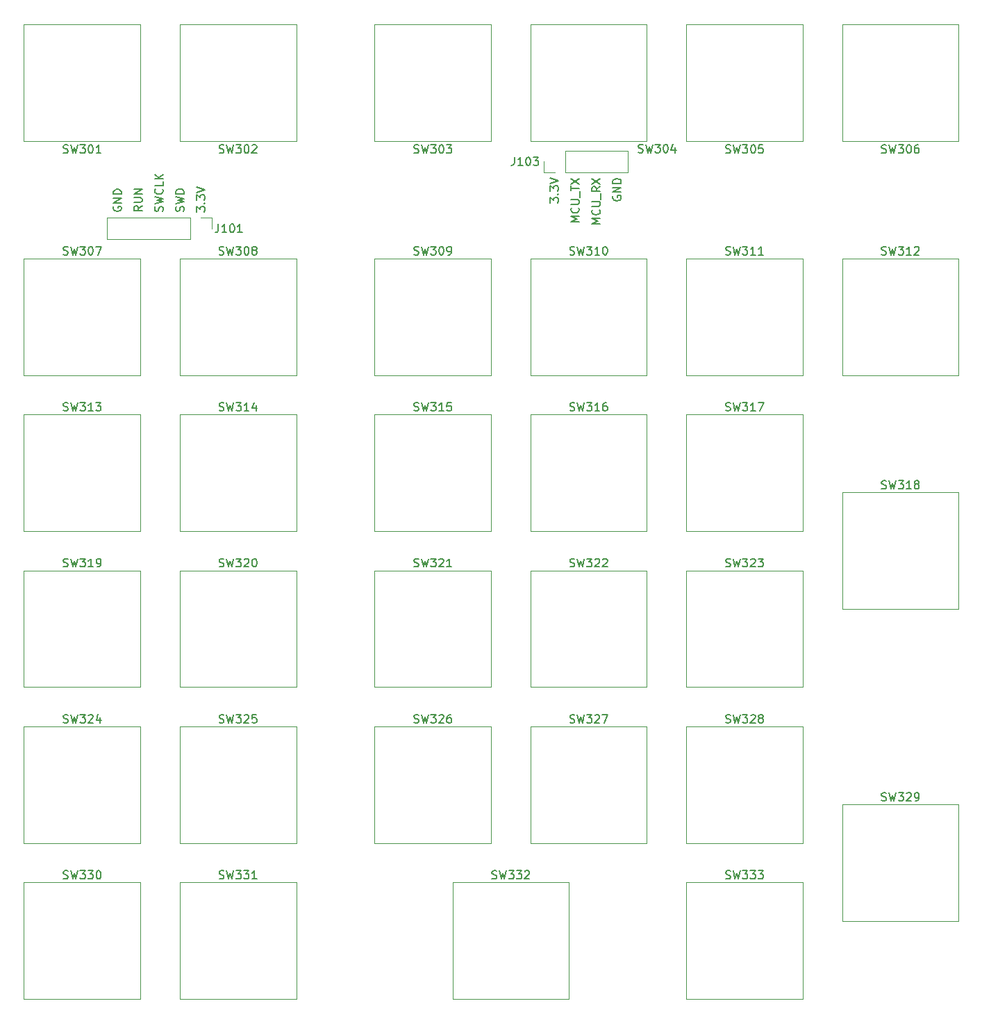
<source format=gbr>
%TF.GenerationSoftware,KiCad,Pcbnew,7.0.5-0*%
%TF.CreationDate,2023-06-18T09:02:34-05:00*%
%TF.ProjectId,Nifty Numpad,4e696674-7920-44e7-956d-7061642e6b69,rev?*%
%TF.SameCoordinates,Original*%
%TF.FileFunction,Legend,Top*%
%TF.FilePolarity,Positive*%
%FSLAX46Y46*%
G04 Gerber Fmt 4.6, Leading zero omitted, Abs format (unit mm)*
G04 Created by KiCad (PCBNEW 7.0.5-0) date 2023-06-18 09:02:34*
%MOMM*%
%LPD*%
G01*
G04 APERTURE LIST*
%ADD10C,0.160000*%
%ADD11C,0.120000*%
G04 APERTURE END LIST*
D10*
X226751918Y-97290977D02*
X226704299Y-97386215D01*
X226704299Y-97386215D02*
X226704299Y-97529072D01*
X226704299Y-97529072D02*
X226751918Y-97671929D01*
X226751918Y-97671929D02*
X226847156Y-97767167D01*
X226847156Y-97767167D02*
X226942394Y-97814786D01*
X226942394Y-97814786D02*
X227132870Y-97862405D01*
X227132870Y-97862405D02*
X227275727Y-97862405D01*
X227275727Y-97862405D02*
X227466203Y-97814786D01*
X227466203Y-97814786D02*
X227561441Y-97767167D01*
X227561441Y-97767167D02*
X227656680Y-97671929D01*
X227656680Y-97671929D02*
X227704299Y-97529072D01*
X227704299Y-97529072D02*
X227704299Y-97433834D01*
X227704299Y-97433834D02*
X227656680Y-97290977D01*
X227656680Y-97290977D02*
X227609060Y-97243358D01*
X227609060Y-97243358D02*
X227275727Y-97243358D01*
X227275727Y-97243358D02*
X227275727Y-97433834D01*
X227704299Y-96814786D02*
X226704299Y-96814786D01*
X226704299Y-96814786D02*
X227704299Y-96243358D01*
X227704299Y-96243358D02*
X226704299Y-96243358D01*
X227704299Y-95767167D02*
X226704299Y-95767167D01*
X226704299Y-95767167D02*
X226704299Y-95529072D01*
X226704299Y-95529072D02*
X226751918Y-95386215D01*
X226751918Y-95386215D02*
X226847156Y-95290977D01*
X226847156Y-95290977D02*
X226942394Y-95243358D01*
X226942394Y-95243358D02*
X227132870Y-95195739D01*
X227132870Y-95195739D02*
X227275727Y-95195739D01*
X227275727Y-95195739D02*
X227466203Y-95243358D01*
X227466203Y-95243358D02*
X227561441Y-95290977D01*
X227561441Y-95290977D02*
X227656680Y-95386215D01*
X227656680Y-95386215D02*
X227704299Y-95529072D01*
X227704299Y-95529072D02*
X227704299Y-95767167D01*
X225154299Y-100671929D02*
X224154299Y-100671929D01*
X224154299Y-100671929D02*
X224868584Y-100338596D01*
X224868584Y-100338596D02*
X224154299Y-100005263D01*
X224154299Y-100005263D02*
X225154299Y-100005263D01*
X225059060Y-98957644D02*
X225106680Y-99005263D01*
X225106680Y-99005263D02*
X225154299Y-99148120D01*
X225154299Y-99148120D02*
X225154299Y-99243358D01*
X225154299Y-99243358D02*
X225106680Y-99386215D01*
X225106680Y-99386215D02*
X225011441Y-99481453D01*
X225011441Y-99481453D02*
X224916203Y-99529072D01*
X224916203Y-99529072D02*
X224725727Y-99576691D01*
X224725727Y-99576691D02*
X224582870Y-99576691D01*
X224582870Y-99576691D02*
X224392394Y-99529072D01*
X224392394Y-99529072D02*
X224297156Y-99481453D01*
X224297156Y-99481453D02*
X224201918Y-99386215D01*
X224201918Y-99386215D02*
X224154299Y-99243358D01*
X224154299Y-99243358D02*
X224154299Y-99148120D01*
X224154299Y-99148120D02*
X224201918Y-99005263D01*
X224201918Y-99005263D02*
X224249537Y-98957644D01*
X224154299Y-98529072D02*
X224963822Y-98529072D01*
X224963822Y-98529072D02*
X225059060Y-98481453D01*
X225059060Y-98481453D02*
X225106680Y-98433834D01*
X225106680Y-98433834D02*
X225154299Y-98338596D01*
X225154299Y-98338596D02*
X225154299Y-98148120D01*
X225154299Y-98148120D02*
X225106680Y-98052882D01*
X225106680Y-98052882D02*
X225059060Y-98005263D01*
X225059060Y-98005263D02*
X224963822Y-97957644D01*
X224963822Y-97957644D02*
X224154299Y-97957644D01*
X225249537Y-97719549D02*
X225249537Y-96957644D01*
X225154299Y-96148120D02*
X224678108Y-96481453D01*
X225154299Y-96719548D02*
X224154299Y-96719548D01*
X224154299Y-96719548D02*
X224154299Y-96338596D01*
X224154299Y-96338596D02*
X224201918Y-96243358D01*
X224201918Y-96243358D02*
X224249537Y-96195739D01*
X224249537Y-96195739D02*
X224344775Y-96148120D01*
X224344775Y-96148120D02*
X224487632Y-96148120D01*
X224487632Y-96148120D02*
X224582870Y-96195739D01*
X224582870Y-96195739D02*
X224630489Y-96243358D01*
X224630489Y-96243358D02*
X224678108Y-96338596D01*
X224678108Y-96338596D02*
X224678108Y-96719548D01*
X224154299Y-95814786D02*
X225154299Y-95148120D01*
X224154299Y-95148120D02*
X225154299Y-95814786D01*
X222604299Y-100433834D02*
X221604299Y-100433834D01*
X221604299Y-100433834D02*
X222318584Y-100100501D01*
X222318584Y-100100501D02*
X221604299Y-99767168D01*
X221604299Y-99767168D02*
X222604299Y-99767168D01*
X222509060Y-98719549D02*
X222556680Y-98767168D01*
X222556680Y-98767168D02*
X222604299Y-98910025D01*
X222604299Y-98910025D02*
X222604299Y-99005263D01*
X222604299Y-99005263D02*
X222556680Y-99148120D01*
X222556680Y-99148120D02*
X222461441Y-99243358D01*
X222461441Y-99243358D02*
X222366203Y-99290977D01*
X222366203Y-99290977D02*
X222175727Y-99338596D01*
X222175727Y-99338596D02*
X222032870Y-99338596D01*
X222032870Y-99338596D02*
X221842394Y-99290977D01*
X221842394Y-99290977D02*
X221747156Y-99243358D01*
X221747156Y-99243358D02*
X221651918Y-99148120D01*
X221651918Y-99148120D02*
X221604299Y-99005263D01*
X221604299Y-99005263D02*
X221604299Y-98910025D01*
X221604299Y-98910025D02*
X221651918Y-98767168D01*
X221651918Y-98767168D02*
X221699537Y-98719549D01*
X221604299Y-98290977D02*
X222413822Y-98290977D01*
X222413822Y-98290977D02*
X222509060Y-98243358D01*
X222509060Y-98243358D02*
X222556680Y-98195739D01*
X222556680Y-98195739D02*
X222604299Y-98100501D01*
X222604299Y-98100501D02*
X222604299Y-97910025D01*
X222604299Y-97910025D02*
X222556680Y-97814787D01*
X222556680Y-97814787D02*
X222509060Y-97767168D01*
X222509060Y-97767168D02*
X222413822Y-97719549D01*
X222413822Y-97719549D02*
X221604299Y-97719549D01*
X222699537Y-97481454D02*
X222699537Y-96719549D01*
X221604299Y-96624310D02*
X221604299Y-96052882D01*
X222604299Y-96338596D02*
X221604299Y-96338596D01*
X221604299Y-95814786D02*
X222604299Y-95148120D01*
X221604299Y-95148120D02*
X222604299Y-95814786D01*
X174356680Y-99154260D02*
X174404299Y-99011403D01*
X174404299Y-99011403D02*
X174404299Y-98773308D01*
X174404299Y-98773308D02*
X174356680Y-98678070D01*
X174356680Y-98678070D02*
X174309060Y-98630451D01*
X174309060Y-98630451D02*
X174213822Y-98582832D01*
X174213822Y-98582832D02*
X174118584Y-98582832D01*
X174118584Y-98582832D02*
X174023346Y-98630451D01*
X174023346Y-98630451D02*
X173975727Y-98678070D01*
X173975727Y-98678070D02*
X173928108Y-98773308D01*
X173928108Y-98773308D02*
X173880489Y-98963784D01*
X173880489Y-98963784D02*
X173832870Y-99059022D01*
X173832870Y-99059022D02*
X173785251Y-99106641D01*
X173785251Y-99106641D02*
X173690013Y-99154260D01*
X173690013Y-99154260D02*
X173594775Y-99154260D01*
X173594775Y-99154260D02*
X173499537Y-99106641D01*
X173499537Y-99106641D02*
X173451918Y-99059022D01*
X173451918Y-99059022D02*
X173404299Y-98963784D01*
X173404299Y-98963784D02*
X173404299Y-98725689D01*
X173404299Y-98725689D02*
X173451918Y-98582832D01*
X173404299Y-98249498D02*
X174404299Y-98011403D01*
X174404299Y-98011403D02*
X173690013Y-97820927D01*
X173690013Y-97820927D02*
X174404299Y-97630451D01*
X174404299Y-97630451D02*
X173404299Y-97392356D01*
X174404299Y-97011403D02*
X173404299Y-97011403D01*
X173404299Y-97011403D02*
X173404299Y-96773308D01*
X173404299Y-96773308D02*
X173451918Y-96630451D01*
X173451918Y-96630451D02*
X173547156Y-96535213D01*
X173547156Y-96535213D02*
X173642394Y-96487594D01*
X173642394Y-96487594D02*
X173832870Y-96439975D01*
X173832870Y-96439975D02*
X173975727Y-96439975D01*
X173975727Y-96439975D02*
X174166203Y-96487594D01*
X174166203Y-96487594D02*
X174261441Y-96535213D01*
X174261441Y-96535213D02*
X174356680Y-96630451D01*
X174356680Y-96630451D02*
X174404299Y-96773308D01*
X174404299Y-96773308D02*
X174404299Y-97011403D01*
X219054299Y-98100500D02*
X219054299Y-97481453D01*
X219054299Y-97481453D02*
X219435251Y-97814786D01*
X219435251Y-97814786D02*
X219435251Y-97671929D01*
X219435251Y-97671929D02*
X219482870Y-97576691D01*
X219482870Y-97576691D02*
X219530489Y-97529072D01*
X219530489Y-97529072D02*
X219625727Y-97481453D01*
X219625727Y-97481453D02*
X219863822Y-97481453D01*
X219863822Y-97481453D02*
X219959060Y-97529072D01*
X219959060Y-97529072D02*
X220006680Y-97576691D01*
X220006680Y-97576691D02*
X220054299Y-97671929D01*
X220054299Y-97671929D02*
X220054299Y-97957643D01*
X220054299Y-97957643D02*
X220006680Y-98052881D01*
X220006680Y-98052881D02*
X219959060Y-98100500D01*
X219959060Y-97052881D02*
X220006680Y-97005262D01*
X220006680Y-97005262D02*
X220054299Y-97052881D01*
X220054299Y-97052881D02*
X220006680Y-97100500D01*
X220006680Y-97100500D02*
X219959060Y-97052881D01*
X219959060Y-97052881D02*
X220054299Y-97052881D01*
X219054299Y-96671929D02*
X219054299Y-96052882D01*
X219054299Y-96052882D02*
X219435251Y-96386215D01*
X219435251Y-96386215D02*
X219435251Y-96243358D01*
X219435251Y-96243358D02*
X219482870Y-96148120D01*
X219482870Y-96148120D02*
X219530489Y-96100501D01*
X219530489Y-96100501D02*
X219625727Y-96052882D01*
X219625727Y-96052882D02*
X219863822Y-96052882D01*
X219863822Y-96052882D02*
X219959060Y-96100501D01*
X219959060Y-96100501D02*
X220006680Y-96148120D01*
X220006680Y-96148120D02*
X220054299Y-96243358D01*
X220054299Y-96243358D02*
X220054299Y-96529072D01*
X220054299Y-96529072D02*
X220006680Y-96624310D01*
X220006680Y-96624310D02*
X219959060Y-96671929D01*
X219054299Y-95767167D02*
X220054299Y-95433834D01*
X220054299Y-95433834D02*
X219054299Y-95100501D01*
X175954299Y-99201879D02*
X175954299Y-98582832D01*
X175954299Y-98582832D02*
X176335251Y-98916165D01*
X176335251Y-98916165D02*
X176335251Y-98773308D01*
X176335251Y-98773308D02*
X176382870Y-98678070D01*
X176382870Y-98678070D02*
X176430489Y-98630451D01*
X176430489Y-98630451D02*
X176525727Y-98582832D01*
X176525727Y-98582832D02*
X176763822Y-98582832D01*
X176763822Y-98582832D02*
X176859060Y-98630451D01*
X176859060Y-98630451D02*
X176906680Y-98678070D01*
X176906680Y-98678070D02*
X176954299Y-98773308D01*
X176954299Y-98773308D02*
X176954299Y-99059022D01*
X176954299Y-99059022D02*
X176906680Y-99154260D01*
X176906680Y-99154260D02*
X176859060Y-99201879D01*
X176859060Y-98154260D02*
X176906680Y-98106641D01*
X176906680Y-98106641D02*
X176954299Y-98154260D01*
X176954299Y-98154260D02*
X176906680Y-98201879D01*
X176906680Y-98201879D02*
X176859060Y-98154260D01*
X176859060Y-98154260D02*
X176954299Y-98154260D01*
X175954299Y-97773308D02*
X175954299Y-97154261D01*
X175954299Y-97154261D02*
X176335251Y-97487594D01*
X176335251Y-97487594D02*
X176335251Y-97344737D01*
X176335251Y-97344737D02*
X176382870Y-97249499D01*
X176382870Y-97249499D02*
X176430489Y-97201880D01*
X176430489Y-97201880D02*
X176525727Y-97154261D01*
X176525727Y-97154261D02*
X176763822Y-97154261D01*
X176763822Y-97154261D02*
X176859060Y-97201880D01*
X176859060Y-97201880D02*
X176906680Y-97249499D01*
X176906680Y-97249499D02*
X176954299Y-97344737D01*
X176954299Y-97344737D02*
X176954299Y-97630451D01*
X176954299Y-97630451D02*
X176906680Y-97725689D01*
X176906680Y-97725689D02*
X176859060Y-97773308D01*
X175954299Y-96868546D02*
X176954299Y-96535213D01*
X176954299Y-96535213D02*
X175954299Y-96201880D01*
X171806680Y-99154260D02*
X171854299Y-99011403D01*
X171854299Y-99011403D02*
X171854299Y-98773308D01*
X171854299Y-98773308D02*
X171806680Y-98678070D01*
X171806680Y-98678070D02*
X171759060Y-98630451D01*
X171759060Y-98630451D02*
X171663822Y-98582832D01*
X171663822Y-98582832D02*
X171568584Y-98582832D01*
X171568584Y-98582832D02*
X171473346Y-98630451D01*
X171473346Y-98630451D02*
X171425727Y-98678070D01*
X171425727Y-98678070D02*
X171378108Y-98773308D01*
X171378108Y-98773308D02*
X171330489Y-98963784D01*
X171330489Y-98963784D02*
X171282870Y-99059022D01*
X171282870Y-99059022D02*
X171235251Y-99106641D01*
X171235251Y-99106641D02*
X171140013Y-99154260D01*
X171140013Y-99154260D02*
X171044775Y-99154260D01*
X171044775Y-99154260D02*
X170949537Y-99106641D01*
X170949537Y-99106641D02*
X170901918Y-99059022D01*
X170901918Y-99059022D02*
X170854299Y-98963784D01*
X170854299Y-98963784D02*
X170854299Y-98725689D01*
X170854299Y-98725689D02*
X170901918Y-98582832D01*
X170854299Y-98249498D02*
X171854299Y-98011403D01*
X171854299Y-98011403D02*
X171140013Y-97820927D01*
X171140013Y-97820927D02*
X171854299Y-97630451D01*
X171854299Y-97630451D02*
X170854299Y-97392356D01*
X171759060Y-96439975D02*
X171806680Y-96487594D01*
X171806680Y-96487594D02*
X171854299Y-96630451D01*
X171854299Y-96630451D02*
X171854299Y-96725689D01*
X171854299Y-96725689D02*
X171806680Y-96868546D01*
X171806680Y-96868546D02*
X171711441Y-96963784D01*
X171711441Y-96963784D02*
X171616203Y-97011403D01*
X171616203Y-97011403D02*
X171425727Y-97059022D01*
X171425727Y-97059022D02*
X171282870Y-97059022D01*
X171282870Y-97059022D02*
X171092394Y-97011403D01*
X171092394Y-97011403D02*
X170997156Y-96963784D01*
X170997156Y-96963784D02*
X170901918Y-96868546D01*
X170901918Y-96868546D02*
X170854299Y-96725689D01*
X170854299Y-96725689D02*
X170854299Y-96630451D01*
X170854299Y-96630451D02*
X170901918Y-96487594D01*
X170901918Y-96487594D02*
X170949537Y-96439975D01*
X171854299Y-95535213D02*
X171854299Y-96011403D01*
X171854299Y-96011403D02*
X170854299Y-96011403D01*
X171854299Y-95201879D02*
X170854299Y-95201879D01*
X171854299Y-94630451D02*
X171282870Y-95059022D01*
X170854299Y-94630451D02*
X171425727Y-95201879D01*
X165851918Y-98582832D02*
X165804299Y-98678070D01*
X165804299Y-98678070D02*
X165804299Y-98820927D01*
X165804299Y-98820927D02*
X165851918Y-98963784D01*
X165851918Y-98963784D02*
X165947156Y-99059022D01*
X165947156Y-99059022D02*
X166042394Y-99106641D01*
X166042394Y-99106641D02*
X166232870Y-99154260D01*
X166232870Y-99154260D02*
X166375727Y-99154260D01*
X166375727Y-99154260D02*
X166566203Y-99106641D01*
X166566203Y-99106641D02*
X166661441Y-99059022D01*
X166661441Y-99059022D02*
X166756680Y-98963784D01*
X166756680Y-98963784D02*
X166804299Y-98820927D01*
X166804299Y-98820927D02*
X166804299Y-98725689D01*
X166804299Y-98725689D02*
X166756680Y-98582832D01*
X166756680Y-98582832D02*
X166709060Y-98535213D01*
X166709060Y-98535213D02*
X166375727Y-98535213D01*
X166375727Y-98535213D02*
X166375727Y-98725689D01*
X166804299Y-98106641D02*
X165804299Y-98106641D01*
X165804299Y-98106641D02*
X166804299Y-97535213D01*
X166804299Y-97535213D02*
X165804299Y-97535213D01*
X166804299Y-97059022D02*
X165804299Y-97059022D01*
X165804299Y-97059022D02*
X165804299Y-96820927D01*
X165804299Y-96820927D02*
X165851918Y-96678070D01*
X165851918Y-96678070D02*
X165947156Y-96582832D01*
X165947156Y-96582832D02*
X166042394Y-96535213D01*
X166042394Y-96535213D02*
X166232870Y-96487594D01*
X166232870Y-96487594D02*
X166375727Y-96487594D01*
X166375727Y-96487594D02*
X166566203Y-96535213D01*
X166566203Y-96535213D02*
X166661441Y-96582832D01*
X166661441Y-96582832D02*
X166756680Y-96678070D01*
X166756680Y-96678070D02*
X166804299Y-96820927D01*
X166804299Y-96820927D02*
X166804299Y-97059022D01*
X169304299Y-98485213D02*
X168828108Y-98818546D01*
X169304299Y-99056641D02*
X168304299Y-99056641D01*
X168304299Y-99056641D02*
X168304299Y-98675689D01*
X168304299Y-98675689D02*
X168351918Y-98580451D01*
X168351918Y-98580451D02*
X168399537Y-98532832D01*
X168399537Y-98532832D02*
X168494775Y-98485213D01*
X168494775Y-98485213D02*
X168637632Y-98485213D01*
X168637632Y-98485213D02*
X168732870Y-98532832D01*
X168732870Y-98532832D02*
X168780489Y-98580451D01*
X168780489Y-98580451D02*
X168828108Y-98675689D01*
X168828108Y-98675689D02*
X168828108Y-99056641D01*
X168304299Y-98056641D02*
X169113822Y-98056641D01*
X169113822Y-98056641D02*
X169209060Y-98009022D01*
X169209060Y-98009022D02*
X169256680Y-97961403D01*
X169256680Y-97961403D02*
X169304299Y-97866165D01*
X169304299Y-97866165D02*
X169304299Y-97675689D01*
X169304299Y-97675689D02*
X169256680Y-97580451D01*
X169256680Y-97580451D02*
X169209060Y-97532832D01*
X169209060Y-97532832D02*
X169113822Y-97485213D01*
X169113822Y-97485213D02*
X168304299Y-97485213D01*
X169304299Y-97009022D02*
X168304299Y-97009022D01*
X168304299Y-97009022D02*
X169304299Y-96437594D01*
X169304299Y-96437594D02*
X168304299Y-96437594D01*
%TO.C,SW314*%
X178714286Y-123406680D02*
X178857143Y-123454299D01*
X178857143Y-123454299D02*
X179095238Y-123454299D01*
X179095238Y-123454299D02*
X179190476Y-123406680D01*
X179190476Y-123406680D02*
X179238095Y-123359060D01*
X179238095Y-123359060D02*
X179285714Y-123263822D01*
X179285714Y-123263822D02*
X179285714Y-123168584D01*
X179285714Y-123168584D02*
X179238095Y-123073346D01*
X179238095Y-123073346D02*
X179190476Y-123025727D01*
X179190476Y-123025727D02*
X179095238Y-122978108D01*
X179095238Y-122978108D02*
X178904762Y-122930489D01*
X178904762Y-122930489D02*
X178809524Y-122882870D01*
X178809524Y-122882870D02*
X178761905Y-122835251D01*
X178761905Y-122835251D02*
X178714286Y-122740013D01*
X178714286Y-122740013D02*
X178714286Y-122644775D01*
X178714286Y-122644775D02*
X178761905Y-122549537D01*
X178761905Y-122549537D02*
X178809524Y-122501918D01*
X178809524Y-122501918D02*
X178904762Y-122454299D01*
X178904762Y-122454299D02*
X179142857Y-122454299D01*
X179142857Y-122454299D02*
X179285714Y-122501918D01*
X179619048Y-122454299D02*
X179857143Y-123454299D01*
X179857143Y-123454299D02*
X180047619Y-122740013D01*
X180047619Y-122740013D02*
X180238095Y-123454299D01*
X180238095Y-123454299D02*
X180476191Y-122454299D01*
X180761905Y-122454299D02*
X181380952Y-122454299D01*
X181380952Y-122454299D02*
X181047619Y-122835251D01*
X181047619Y-122835251D02*
X181190476Y-122835251D01*
X181190476Y-122835251D02*
X181285714Y-122882870D01*
X181285714Y-122882870D02*
X181333333Y-122930489D01*
X181333333Y-122930489D02*
X181380952Y-123025727D01*
X181380952Y-123025727D02*
X181380952Y-123263822D01*
X181380952Y-123263822D02*
X181333333Y-123359060D01*
X181333333Y-123359060D02*
X181285714Y-123406680D01*
X181285714Y-123406680D02*
X181190476Y-123454299D01*
X181190476Y-123454299D02*
X180904762Y-123454299D01*
X180904762Y-123454299D02*
X180809524Y-123406680D01*
X180809524Y-123406680D02*
X180761905Y-123359060D01*
X182333333Y-123454299D02*
X181761905Y-123454299D01*
X182047619Y-123454299D02*
X182047619Y-122454299D01*
X182047619Y-122454299D02*
X181952381Y-122597156D01*
X181952381Y-122597156D02*
X181857143Y-122692394D01*
X181857143Y-122692394D02*
X181761905Y-122740013D01*
X183190476Y-122787632D02*
X183190476Y-123454299D01*
X182952381Y-122406680D02*
X182714286Y-123120965D01*
X182714286Y-123120965D02*
X183333333Y-123120965D01*
%TO.C,SW313*%
X159714286Y-123406680D02*
X159857143Y-123454299D01*
X159857143Y-123454299D02*
X160095238Y-123454299D01*
X160095238Y-123454299D02*
X160190476Y-123406680D01*
X160190476Y-123406680D02*
X160238095Y-123359060D01*
X160238095Y-123359060D02*
X160285714Y-123263822D01*
X160285714Y-123263822D02*
X160285714Y-123168584D01*
X160285714Y-123168584D02*
X160238095Y-123073346D01*
X160238095Y-123073346D02*
X160190476Y-123025727D01*
X160190476Y-123025727D02*
X160095238Y-122978108D01*
X160095238Y-122978108D02*
X159904762Y-122930489D01*
X159904762Y-122930489D02*
X159809524Y-122882870D01*
X159809524Y-122882870D02*
X159761905Y-122835251D01*
X159761905Y-122835251D02*
X159714286Y-122740013D01*
X159714286Y-122740013D02*
X159714286Y-122644775D01*
X159714286Y-122644775D02*
X159761905Y-122549537D01*
X159761905Y-122549537D02*
X159809524Y-122501918D01*
X159809524Y-122501918D02*
X159904762Y-122454299D01*
X159904762Y-122454299D02*
X160142857Y-122454299D01*
X160142857Y-122454299D02*
X160285714Y-122501918D01*
X160619048Y-122454299D02*
X160857143Y-123454299D01*
X160857143Y-123454299D02*
X161047619Y-122740013D01*
X161047619Y-122740013D02*
X161238095Y-123454299D01*
X161238095Y-123454299D02*
X161476191Y-122454299D01*
X161761905Y-122454299D02*
X162380952Y-122454299D01*
X162380952Y-122454299D02*
X162047619Y-122835251D01*
X162047619Y-122835251D02*
X162190476Y-122835251D01*
X162190476Y-122835251D02*
X162285714Y-122882870D01*
X162285714Y-122882870D02*
X162333333Y-122930489D01*
X162333333Y-122930489D02*
X162380952Y-123025727D01*
X162380952Y-123025727D02*
X162380952Y-123263822D01*
X162380952Y-123263822D02*
X162333333Y-123359060D01*
X162333333Y-123359060D02*
X162285714Y-123406680D01*
X162285714Y-123406680D02*
X162190476Y-123454299D01*
X162190476Y-123454299D02*
X161904762Y-123454299D01*
X161904762Y-123454299D02*
X161809524Y-123406680D01*
X161809524Y-123406680D02*
X161761905Y-123359060D01*
X163333333Y-123454299D02*
X162761905Y-123454299D01*
X163047619Y-123454299D02*
X163047619Y-122454299D01*
X163047619Y-122454299D02*
X162952381Y-122597156D01*
X162952381Y-122597156D02*
X162857143Y-122692394D01*
X162857143Y-122692394D02*
X162761905Y-122740013D01*
X163666667Y-122454299D02*
X164285714Y-122454299D01*
X164285714Y-122454299D02*
X163952381Y-122835251D01*
X163952381Y-122835251D02*
X164095238Y-122835251D01*
X164095238Y-122835251D02*
X164190476Y-122882870D01*
X164190476Y-122882870D02*
X164238095Y-122930489D01*
X164238095Y-122930489D02*
X164285714Y-123025727D01*
X164285714Y-123025727D02*
X164285714Y-123263822D01*
X164285714Y-123263822D02*
X164238095Y-123359060D01*
X164238095Y-123359060D02*
X164190476Y-123406680D01*
X164190476Y-123406680D02*
X164095238Y-123454299D01*
X164095238Y-123454299D02*
X163809524Y-123454299D01*
X163809524Y-123454299D02*
X163714286Y-123406680D01*
X163714286Y-123406680D02*
X163666667Y-123359060D01*
%TO.C,SW318*%
X259464286Y-132906680D02*
X259607143Y-132954299D01*
X259607143Y-132954299D02*
X259845238Y-132954299D01*
X259845238Y-132954299D02*
X259940476Y-132906680D01*
X259940476Y-132906680D02*
X259988095Y-132859060D01*
X259988095Y-132859060D02*
X260035714Y-132763822D01*
X260035714Y-132763822D02*
X260035714Y-132668584D01*
X260035714Y-132668584D02*
X259988095Y-132573346D01*
X259988095Y-132573346D02*
X259940476Y-132525727D01*
X259940476Y-132525727D02*
X259845238Y-132478108D01*
X259845238Y-132478108D02*
X259654762Y-132430489D01*
X259654762Y-132430489D02*
X259559524Y-132382870D01*
X259559524Y-132382870D02*
X259511905Y-132335251D01*
X259511905Y-132335251D02*
X259464286Y-132240013D01*
X259464286Y-132240013D02*
X259464286Y-132144775D01*
X259464286Y-132144775D02*
X259511905Y-132049537D01*
X259511905Y-132049537D02*
X259559524Y-132001918D01*
X259559524Y-132001918D02*
X259654762Y-131954299D01*
X259654762Y-131954299D02*
X259892857Y-131954299D01*
X259892857Y-131954299D02*
X260035714Y-132001918D01*
X260369048Y-131954299D02*
X260607143Y-132954299D01*
X260607143Y-132954299D02*
X260797619Y-132240013D01*
X260797619Y-132240013D02*
X260988095Y-132954299D01*
X260988095Y-132954299D02*
X261226191Y-131954299D01*
X261511905Y-131954299D02*
X262130952Y-131954299D01*
X262130952Y-131954299D02*
X261797619Y-132335251D01*
X261797619Y-132335251D02*
X261940476Y-132335251D01*
X261940476Y-132335251D02*
X262035714Y-132382870D01*
X262035714Y-132382870D02*
X262083333Y-132430489D01*
X262083333Y-132430489D02*
X262130952Y-132525727D01*
X262130952Y-132525727D02*
X262130952Y-132763822D01*
X262130952Y-132763822D02*
X262083333Y-132859060D01*
X262083333Y-132859060D02*
X262035714Y-132906680D01*
X262035714Y-132906680D02*
X261940476Y-132954299D01*
X261940476Y-132954299D02*
X261654762Y-132954299D01*
X261654762Y-132954299D02*
X261559524Y-132906680D01*
X261559524Y-132906680D02*
X261511905Y-132859060D01*
X263083333Y-132954299D02*
X262511905Y-132954299D01*
X262797619Y-132954299D02*
X262797619Y-131954299D01*
X262797619Y-131954299D02*
X262702381Y-132097156D01*
X262702381Y-132097156D02*
X262607143Y-132192394D01*
X262607143Y-132192394D02*
X262511905Y-132240013D01*
X263654762Y-132382870D02*
X263559524Y-132335251D01*
X263559524Y-132335251D02*
X263511905Y-132287632D01*
X263511905Y-132287632D02*
X263464286Y-132192394D01*
X263464286Y-132192394D02*
X263464286Y-132144775D01*
X263464286Y-132144775D02*
X263511905Y-132049537D01*
X263511905Y-132049537D02*
X263559524Y-132001918D01*
X263559524Y-132001918D02*
X263654762Y-131954299D01*
X263654762Y-131954299D02*
X263845238Y-131954299D01*
X263845238Y-131954299D02*
X263940476Y-132001918D01*
X263940476Y-132001918D02*
X263988095Y-132049537D01*
X263988095Y-132049537D02*
X264035714Y-132144775D01*
X264035714Y-132144775D02*
X264035714Y-132192394D01*
X264035714Y-132192394D02*
X263988095Y-132287632D01*
X263988095Y-132287632D02*
X263940476Y-132335251D01*
X263940476Y-132335251D02*
X263845238Y-132382870D01*
X263845238Y-132382870D02*
X263654762Y-132382870D01*
X263654762Y-132382870D02*
X263559524Y-132430489D01*
X263559524Y-132430489D02*
X263511905Y-132478108D01*
X263511905Y-132478108D02*
X263464286Y-132573346D01*
X263464286Y-132573346D02*
X263464286Y-132763822D01*
X263464286Y-132763822D02*
X263511905Y-132859060D01*
X263511905Y-132859060D02*
X263559524Y-132906680D01*
X263559524Y-132906680D02*
X263654762Y-132954299D01*
X263654762Y-132954299D02*
X263845238Y-132954299D01*
X263845238Y-132954299D02*
X263940476Y-132906680D01*
X263940476Y-132906680D02*
X263988095Y-132859060D01*
X263988095Y-132859060D02*
X264035714Y-132763822D01*
X264035714Y-132763822D02*
X264035714Y-132573346D01*
X264035714Y-132573346D02*
X263988095Y-132478108D01*
X263988095Y-132478108D02*
X263940476Y-132430489D01*
X263940476Y-132430489D02*
X263845238Y-132382870D01*
%TO.C,SW310*%
X221464286Y-104406680D02*
X221607143Y-104454299D01*
X221607143Y-104454299D02*
X221845238Y-104454299D01*
X221845238Y-104454299D02*
X221940476Y-104406680D01*
X221940476Y-104406680D02*
X221988095Y-104359060D01*
X221988095Y-104359060D02*
X222035714Y-104263822D01*
X222035714Y-104263822D02*
X222035714Y-104168584D01*
X222035714Y-104168584D02*
X221988095Y-104073346D01*
X221988095Y-104073346D02*
X221940476Y-104025727D01*
X221940476Y-104025727D02*
X221845238Y-103978108D01*
X221845238Y-103978108D02*
X221654762Y-103930489D01*
X221654762Y-103930489D02*
X221559524Y-103882870D01*
X221559524Y-103882870D02*
X221511905Y-103835251D01*
X221511905Y-103835251D02*
X221464286Y-103740013D01*
X221464286Y-103740013D02*
X221464286Y-103644775D01*
X221464286Y-103644775D02*
X221511905Y-103549537D01*
X221511905Y-103549537D02*
X221559524Y-103501918D01*
X221559524Y-103501918D02*
X221654762Y-103454299D01*
X221654762Y-103454299D02*
X221892857Y-103454299D01*
X221892857Y-103454299D02*
X222035714Y-103501918D01*
X222369048Y-103454299D02*
X222607143Y-104454299D01*
X222607143Y-104454299D02*
X222797619Y-103740013D01*
X222797619Y-103740013D02*
X222988095Y-104454299D01*
X222988095Y-104454299D02*
X223226191Y-103454299D01*
X223511905Y-103454299D02*
X224130952Y-103454299D01*
X224130952Y-103454299D02*
X223797619Y-103835251D01*
X223797619Y-103835251D02*
X223940476Y-103835251D01*
X223940476Y-103835251D02*
X224035714Y-103882870D01*
X224035714Y-103882870D02*
X224083333Y-103930489D01*
X224083333Y-103930489D02*
X224130952Y-104025727D01*
X224130952Y-104025727D02*
X224130952Y-104263822D01*
X224130952Y-104263822D02*
X224083333Y-104359060D01*
X224083333Y-104359060D02*
X224035714Y-104406680D01*
X224035714Y-104406680D02*
X223940476Y-104454299D01*
X223940476Y-104454299D02*
X223654762Y-104454299D01*
X223654762Y-104454299D02*
X223559524Y-104406680D01*
X223559524Y-104406680D02*
X223511905Y-104359060D01*
X225083333Y-104454299D02*
X224511905Y-104454299D01*
X224797619Y-104454299D02*
X224797619Y-103454299D01*
X224797619Y-103454299D02*
X224702381Y-103597156D01*
X224702381Y-103597156D02*
X224607143Y-103692394D01*
X224607143Y-103692394D02*
X224511905Y-103740013D01*
X225702381Y-103454299D02*
X225797619Y-103454299D01*
X225797619Y-103454299D02*
X225892857Y-103501918D01*
X225892857Y-103501918D02*
X225940476Y-103549537D01*
X225940476Y-103549537D02*
X225988095Y-103644775D01*
X225988095Y-103644775D02*
X226035714Y-103835251D01*
X226035714Y-103835251D02*
X226035714Y-104073346D01*
X226035714Y-104073346D02*
X225988095Y-104263822D01*
X225988095Y-104263822D02*
X225940476Y-104359060D01*
X225940476Y-104359060D02*
X225892857Y-104406680D01*
X225892857Y-104406680D02*
X225797619Y-104454299D01*
X225797619Y-104454299D02*
X225702381Y-104454299D01*
X225702381Y-104454299D02*
X225607143Y-104406680D01*
X225607143Y-104406680D02*
X225559524Y-104359060D01*
X225559524Y-104359060D02*
X225511905Y-104263822D01*
X225511905Y-104263822D02*
X225464286Y-104073346D01*
X225464286Y-104073346D02*
X225464286Y-103835251D01*
X225464286Y-103835251D02*
X225511905Y-103644775D01*
X225511905Y-103644775D02*
X225559524Y-103549537D01*
X225559524Y-103549537D02*
X225607143Y-103501918D01*
X225607143Y-103501918D02*
X225702381Y-103454299D01*
%TO.C,SW308*%
X178714286Y-104406680D02*
X178857143Y-104454299D01*
X178857143Y-104454299D02*
X179095238Y-104454299D01*
X179095238Y-104454299D02*
X179190476Y-104406680D01*
X179190476Y-104406680D02*
X179238095Y-104359060D01*
X179238095Y-104359060D02*
X179285714Y-104263822D01*
X179285714Y-104263822D02*
X179285714Y-104168584D01*
X179285714Y-104168584D02*
X179238095Y-104073346D01*
X179238095Y-104073346D02*
X179190476Y-104025727D01*
X179190476Y-104025727D02*
X179095238Y-103978108D01*
X179095238Y-103978108D02*
X178904762Y-103930489D01*
X178904762Y-103930489D02*
X178809524Y-103882870D01*
X178809524Y-103882870D02*
X178761905Y-103835251D01*
X178761905Y-103835251D02*
X178714286Y-103740013D01*
X178714286Y-103740013D02*
X178714286Y-103644775D01*
X178714286Y-103644775D02*
X178761905Y-103549537D01*
X178761905Y-103549537D02*
X178809524Y-103501918D01*
X178809524Y-103501918D02*
X178904762Y-103454299D01*
X178904762Y-103454299D02*
X179142857Y-103454299D01*
X179142857Y-103454299D02*
X179285714Y-103501918D01*
X179619048Y-103454299D02*
X179857143Y-104454299D01*
X179857143Y-104454299D02*
X180047619Y-103740013D01*
X180047619Y-103740013D02*
X180238095Y-104454299D01*
X180238095Y-104454299D02*
X180476191Y-103454299D01*
X180761905Y-103454299D02*
X181380952Y-103454299D01*
X181380952Y-103454299D02*
X181047619Y-103835251D01*
X181047619Y-103835251D02*
X181190476Y-103835251D01*
X181190476Y-103835251D02*
X181285714Y-103882870D01*
X181285714Y-103882870D02*
X181333333Y-103930489D01*
X181333333Y-103930489D02*
X181380952Y-104025727D01*
X181380952Y-104025727D02*
X181380952Y-104263822D01*
X181380952Y-104263822D02*
X181333333Y-104359060D01*
X181333333Y-104359060D02*
X181285714Y-104406680D01*
X181285714Y-104406680D02*
X181190476Y-104454299D01*
X181190476Y-104454299D02*
X180904762Y-104454299D01*
X180904762Y-104454299D02*
X180809524Y-104406680D01*
X180809524Y-104406680D02*
X180761905Y-104359060D01*
X182000000Y-103454299D02*
X182095238Y-103454299D01*
X182095238Y-103454299D02*
X182190476Y-103501918D01*
X182190476Y-103501918D02*
X182238095Y-103549537D01*
X182238095Y-103549537D02*
X182285714Y-103644775D01*
X182285714Y-103644775D02*
X182333333Y-103835251D01*
X182333333Y-103835251D02*
X182333333Y-104073346D01*
X182333333Y-104073346D02*
X182285714Y-104263822D01*
X182285714Y-104263822D02*
X182238095Y-104359060D01*
X182238095Y-104359060D02*
X182190476Y-104406680D01*
X182190476Y-104406680D02*
X182095238Y-104454299D01*
X182095238Y-104454299D02*
X182000000Y-104454299D01*
X182000000Y-104454299D02*
X181904762Y-104406680D01*
X181904762Y-104406680D02*
X181857143Y-104359060D01*
X181857143Y-104359060D02*
X181809524Y-104263822D01*
X181809524Y-104263822D02*
X181761905Y-104073346D01*
X181761905Y-104073346D02*
X181761905Y-103835251D01*
X181761905Y-103835251D02*
X181809524Y-103644775D01*
X181809524Y-103644775D02*
X181857143Y-103549537D01*
X181857143Y-103549537D02*
X181904762Y-103501918D01*
X181904762Y-103501918D02*
X182000000Y-103454299D01*
X182904762Y-103882870D02*
X182809524Y-103835251D01*
X182809524Y-103835251D02*
X182761905Y-103787632D01*
X182761905Y-103787632D02*
X182714286Y-103692394D01*
X182714286Y-103692394D02*
X182714286Y-103644775D01*
X182714286Y-103644775D02*
X182761905Y-103549537D01*
X182761905Y-103549537D02*
X182809524Y-103501918D01*
X182809524Y-103501918D02*
X182904762Y-103454299D01*
X182904762Y-103454299D02*
X183095238Y-103454299D01*
X183095238Y-103454299D02*
X183190476Y-103501918D01*
X183190476Y-103501918D02*
X183238095Y-103549537D01*
X183238095Y-103549537D02*
X183285714Y-103644775D01*
X183285714Y-103644775D02*
X183285714Y-103692394D01*
X183285714Y-103692394D02*
X183238095Y-103787632D01*
X183238095Y-103787632D02*
X183190476Y-103835251D01*
X183190476Y-103835251D02*
X183095238Y-103882870D01*
X183095238Y-103882870D02*
X182904762Y-103882870D01*
X182904762Y-103882870D02*
X182809524Y-103930489D01*
X182809524Y-103930489D02*
X182761905Y-103978108D01*
X182761905Y-103978108D02*
X182714286Y-104073346D01*
X182714286Y-104073346D02*
X182714286Y-104263822D01*
X182714286Y-104263822D02*
X182761905Y-104359060D01*
X182761905Y-104359060D02*
X182809524Y-104406680D01*
X182809524Y-104406680D02*
X182904762Y-104454299D01*
X182904762Y-104454299D02*
X183095238Y-104454299D01*
X183095238Y-104454299D02*
X183190476Y-104406680D01*
X183190476Y-104406680D02*
X183238095Y-104359060D01*
X183238095Y-104359060D02*
X183285714Y-104263822D01*
X183285714Y-104263822D02*
X183285714Y-104073346D01*
X183285714Y-104073346D02*
X183238095Y-103978108D01*
X183238095Y-103978108D02*
X183190476Y-103930489D01*
X183190476Y-103930489D02*
X183095238Y-103882870D01*
%TO.C,SW304*%
X229814286Y-91956680D02*
X229957143Y-92004299D01*
X229957143Y-92004299D02*
X230195238Y-92004299D01*
X230195238Y-92004299D02*
X230290476Y-91956680D01*
X230290476Y-91956680D02*
X230338095Y-91909060D01*
X230338095Y-91909060D02*
X230385714Y-91813822D01*
X230385714Y-91813822D02*
X230385714Y-91718584D01*
X230385714Y-91718584D02*
X230338095Y-91623346D01*
X230338095Y-91623346D02*
X230290476Y-91575727D01*
X230290476Y-91575727D02*
X230195238Y-91528108D01*
X230195238Y-91528108D02*
X230004762Y-91480489D01*
X230004762Y-91480489D02*
X229909524Y-91432870D01*
X229909524Y-91432870D02*
X229861905Y-91385251D01*
X229861905Y-91385251D02*
X229814286Y-91290013D01*
X229814286Y-91290013D02*
X229814286Y-91194775D01*
X229814286Y-91194775D02*
X229861905Y-91099537D01*
X229861905Y-91099537D02*
X229909524Y-91051918D01*
X229909524Y-91051918D02*
X230004762Y-91004299D01*
X230004762Y-91004299D02*
X230242857Y-91004299D01*
X230242857Y-91004299D02*
X230385714Y-91051918D01*
X230719048Y-91004299D02*
X230957143Y-92004299D01*
X230957143Y-92004299D02*
X231147619Y-91290013D01*
X231147619Y-91290013D02*
X231338095Y-92004299D01*
X231338095Y-92004299D02*
X231576191Y-91004299D01*
X231861905Y-91004299D02*
X232480952Y-91004299D01*
X232480952Y-91004299D02*
X232147619Y-91385251D01*
X232147619Y-91385251D02*
X232290476Y-91385251D01*
X232290476Y-91385251D02*
X232385714Y-91432870D01*
X232385714Y-91432870D02*
X232433333Y-91480489D01*
X232433333Y-91480489D02*
X232480952Y-91575727D01*
X232480952Y-91575727D02*
X232480952Y-91813822D01*
X232480952Y-91813822D02*
X232433333Y-91909060D01*
X232433333Y-91909060D02*
X232385714Y-91956680D01*
X232385714Y-91956680D02*
X232290476Y-92004299D01*
X232290476Y-92004299D02*
X232004762Y-92004299D01*
X232004762Y-92004299D02*
X231909524Y-91956680D01*
X231909524Y-91956680D02*
X231861905Y-91909060D01*
X233100000Y-91004299D02*
X233195238Y-91004299D01*
X233195238Y-91004299D02*
X233290476Y-91051918D01*
X233290476Y-91051918D02*
X233338095Y-91099537D01*
X233338095Y-91099537D02*
X233385714Y-91194775D01*
X233385714Y-91194775D02*
X233433333Y-91385251D01*
X233433333Y-91385251D02*
X233433333Y-91623346D01*
X233433333Y-91623346D02*
X233385714Y-91813822D01*
X233385714Y-91813822D02*
X233338095Y-91909060D01*
X233338095Y-91909060D02*
X233290476Y-91956680D01*
X233290476Y-91956680D02*
X233195238Y-92004299D01*
X233195238Y-92004299D02*
X233100000Y-92004299D01*
X233100000Y-92004299D02*
X233004762Y-91956680D01*
X233004762Y-91956680D02*
X232957143Y-91909060D01*
X232957143Y-91909060D02*
X232909524Y-91813822D01*
X232909524Y-91813822D02*
X232861905Y-91623346D01*
X232861905Y-91623346D02*
X232861905Y-91385251D01*
X232861905Y-91385251D02*
X232909524Y-91194775D01*
X232909524Y-91194775D02*
X232957143Y-91099537D01*
X232957143Y-91099537D02*
X233004762Y-91051918D01*
X233004762Y-91051918D02*
X233100000Y-91004299D01*
X234290476Y-91337632D02*
X234290476Y-92004299D01*
X234052381Y-90956680D02*
X233814286Y-91670965D01*
X233814286Y-91670965D02*
X234433333Y-91670965D01*
%TO.C,SW307*%
X159714286Y-104406680D02*
X159857143Y-104454299D01*
X159857143Y-104454299D02*
X160095238Y-104454299D01*
X160095238Y-104454299D02*
X160190476Y-104406680D01*
X160190476Y-104406680D02*
X160238095Y-104359060D01*
X160238095Y-104359060D02*
X160285714Y-104263822D01*
X160285714Y-104263822D02*
X160285714Y-104168584D01*
X160285714Y-104168584D02*
X160238095Y-104073346D01*
X160238095Y-104073346D02*
X160190476Y-104025727D01*
X160190476Y-104025727D02*
X160095238Y-103978108D01*
X160095238Y-103978108D02*
X159904762Y-103930489D01*
X159904762Y-103930489D02*
X159809524Y-103882870D01*
X159809524Y-103882870D02*
X159761905Y-103835251D01*
X159761905Y-103835251D02*
X159714286Y-103740013D01*
X159714286Y-103740013D02*
X159714286Y-103644775D01*
X159714286Y-103644775D02*
X159761905Y-103549537D01*
X159761905Y-103549537D02*
X159809524Y-103501918D01*
X159809524Y-103501918D02*
X159904762Y-103454299D01*
X159904762Y-103454299D02*
X160142857Y-103454299D01*
X160142857Y-103454299D02*
X160285714Y-103501918D01*
X160619048Y-103454299D02*
X160857143Y-104454299D01*
X160857143Y-104454299D02*
X161047619Y-103740013D01*
X161047619Y-103740013D02*
X161238095Y-104454299D01*
X161238095Y-104454299D02*
X161476191Y-103454299D01*
X161761905Y-103454299D02*
X162380952Y-103454299D01*
X162380952Y-103454299D02*
X162047619Y-103835251D01*
X162047619Y-103835251D02*
X162190476Y-103835251D01*
X162190476Y-103835251D02*
X162285714Y-103882870D01*
X162285714Y-103882870D02*
X162333333Y-103930489D01*
X162333333Y-103930489D02*
X162380952Y-104025727D01*
X162380952Y-104025727D02*
X162380952Y-104263822D01*
X162380952Y-104263822D02*
X162333333Y-104359060D01*
X162333333Y-104359060D02*
X162285714Y-104406680D01*
X162285714Y-104406680D02*
X162190476Y-104454299D01*
X162190476Y-104454299D02*
X161904762Y-104454299D01*
X161904762Y-104454299D02*
X161809524Y-104406680D01*
X161809524Y-104406680D02*
X161761905Y-104359060D01*
X163000000Y-103454299D02*
X163095238Y-103454299D01*
X163095238Y-103454299D02*
X163190476Y-103501918D01*
X163190476Y-103501918D02*
X163238095Y-103549537D01*
X163238095Y-103549537D02*
X163285714Y-103644775D01*
X163285714Y-103644775D02*
X163333333Y-103835251D01*
X163333333Y-103835251D02*
X163333333Y-104073346D01*
X163333333Y-104073346D02*
X163285714Y-104263822D01*
X163285714Y-104263822D02*
X163238095Y-104359060D01*
X163238095Y-104359060D02*
X163190476Y-104406680D01*
X163190476Y-104406680D02*
X163095238Y-104454299D01*
X163095238Y-104454299D02*
X163000000Y-104454299D01*
X163000000Y-104454299D02*
X162904762Y-104406680D01*
X162904762Y-104406680D02*
X162857143Y-104359060D01*
X162857143Y-104359060D02*
X162809524Y-104263822D01*
X162809524Y-104263822D02*
X162761905Y-104073346D01*
X162761905Y-104073346D02*
X162761905Y-103835251D01*
X162761905Y-103835251D02*
X162809524Y-103644775D01*
X162809524Y-103644775D02*
X162857143Y-103549537D01*
X162857143Y-103549537D02*
X162904762Y-103501918D01*
X162904762Y-103501918D02*
X163000000Y-103454299D01*
X163666667Y-103454299D02*
X164333333Y-103454299D01*
X164333333Y-103454299D02*
X163904762Y-104454299D01*
%TO.C,SW305*%
X240464286Y-92006680D02*
X240607143Y-92054299D01*
X240607143Y-92054299D02*
X240845238Y-92054299D01*
X240845238Y-92054299D02*
X240940476Y-92006680D01*
X240940476Y-92006680D02*
X240988095Y-91959060D01*
X240988095Y-91959060D02*
X241035714Y-91863822D01*
X241035714Y-91863822D02*
X241035714Y-91768584D01*
X241035714Y-91768584D02*
X240988095Y-91673346D01*
X240988095Y-91673346D02*
X240940476Y-91625727D01*
X240940476Y-91625727D02*
X240845238Y-91578108D01*
X240845238Y-91578108D02*
X240654762Y-91530489D01*
X240654762Y-91530489D02*
X240559524Y-91482870D01*
X240559524Y-91482870D02*
X240511905Y-91435251D01*
X240511905Y-91435251D02*
X240464286Y-91340013D01*
X240464286Y-91340013D02*
X240464286Y-91244775D01*
X240464286Y-91244775D02*
X240511905Y-91149537D01*
X240511905Y-91149537D02*
X240559524Y-91101918D01*
X240559524Y-91101918D02*
X240654762Y-91054299D01*
X240654762Y-91054299D02*
X240892857Y-91054299D01*
X240892857Y-91054299D02*
X241035714Y-91101918D01*
X241369048Y-91054299D02*
X241607143Y-92054299D01*
X241607143Y-92054299D02*
X241797619Y-91340013D01*
X241797619Y-91340013D02*
X241988095Y-92054299D01*
X241988095Y-92054299D02*
X242226191Y-91054299D01*
X242511905Y-91054299D02*
X243130952Y-91054299D01*
X243130952Y-91054299D02*
X242797619Y-91435251D01*
X242797619Y-91435251D02*
X242940476Y-91435251D01*
X242940476Y-91435251D02*
X243035714Y-91482870D01*
X243035714Y-91482870D02*
X243083333Y-91530489D01*
X243083333Y-91530489D02*
X243130952Y-91625727D01*
X243130952Y-91625727D02*
X243130952Y-91863822D01*
X243130952Y-91863822D02*
X243083333Y-91959060D01*
X243083333Y-91959060D02*
X243035714Y-92006680D01*
X243035714Y-92006680D02*
X242940476Y-92054299D01*
X242940476Y-92054299D02*
X242654762Y-92054299D01*
X242654762Y-92054299D02*
X242559524Y-92006680D01*
X242559524Y-92006680D02*
X242511905Y-91959060D01*
X243750000Y-91054299D02*
X243845238Y-91054299D01*
X243845238Y-91054299D02*
X243940476Y-91101918D01*
X243940476Y-91101918D02*
X243988095Y-91149537D01*
X243988095Y-91149537D02*
X244035714Y-91244775D01*
X244035714Y-91244775D02*
X244083333Y-91435251D01*
X244083333Y-91435251D02*
X244083333Y-91673346D01*
X244083333Y-91673346D02*
X244035714Y-91863822D01*
X244035714Y-91863822D02*
X243988095Y-91959060D01*
X243988095Y-91959060D02*
X243940476Y-92006680D01*
X243940476Y-92006680D02*
X243845238Y-92054299D01*
X243845238Y-92054299D02*
X243750000Y-92054299D01*
X243750000Y-92054299D02*
X243654762Y-92006680D01*
X243654762Y-92006680D02*
X243607143Y-91959060D01*
X243607143Y-91959060D02*
X243559524Y-91863822D01*
X243559524Y-91863822D02*
X243511905Y-91673346D01*
X243511905Y-91673346D02*
X243511905Y-91435251D01*
X243511905Y-91435251D02*
X243559524Y-91244775D01*
X243559524Y-91244775D02*
X243607143Y-91149537D01*
X243607143Y-91149537D02*
X243654762Y-91101918D01*
X243654762Y-91101918D02*
X243750000Y-91054299D01*
X244988095Y-91054299D02*
X244511905Y-91054299D01*
X244511905Y-91054299D02*
X244464286Y-91530489D01*
X244464286Y-91530489D02*
X244511905Y-91482870D01*
X244511905Y-91482870D02*
X244607143Y-91435251D01*
X244607143Y-91435251D02*
X244845238Y-91435251D01*
X244845238Y-91435251D02*
X244940476Y-91482870D01*
X244940476Y-91482870D02*
X244988095Y-91530489D01*
X244988095Y-91530489D02*
X245035714Y-91625727D01*
X245035714Y-91625727D02*
X245035714Y-91863822D01*
X245035714Y-91863822D02*
X244988095Y-91959060D01*
X244988095Y-91959060D02*
X244940476Y-92006680D01*
X244940476Y-92006680D02*
X244845238Y-92054299D01*
X244845238Y-92054299D02*
X244607143Y-92054299D01*
X244607143Y-92054299D02*
X244511905Y-92006680D01*
X244511905Y-92006680D02*
X244464286Y-91959060D01*
%TO.C,SW333*%
X240464286Y-180406680D02*
X240607143Y-180454299D01*
X240607143Y-180454299D02*
X240845238Y-180454299D01*
X240845238Y-180454299D02*
X240940476Y-180406680D01*
X240940476Y-180406680D02*
X240988095Y-180359060D01*
X240988095Y-180359060D02*
X241035714Y-180263822D01*
X241035714Y-180263822D02*
X241035714Y-180168584D01*
X241035714Y-180168584D02*
X240988095Y-180073346D01*
X240988095Y-180073346D02*
X240940476Y-180025727D01*
X240940476Y-180025727D02*
X240845238Y-179978108D01*
X240845238Y-179978108D02*
X240654762Y-179930489D01*
X240654762Y-179930489D02*
X240559524Y-179882870D01*
X240559524Y-179882870D02*
X240511905Y-179835251D01*
X240511905Y-179835251D02*
X240464286Y-179740013D01*
X240464286Y-179740013D02*
X240464286Y-179644775D01*
X240464286Y-179644775D02*
X240511905Y-179549537D01*
X240511905Y-179549537D02*
X240559524Y-179501918D01*
X240559524Y-179501918D02*
X240654762Y-179454299D01*
X240654762Y-179454299D02*
X240892857Y-179454299D01*
X240892857Y-179454299D02*
X241035714Y-179501918D01*
X241369048Y-179454299D02*
X241607143Y-180454299D01*
X241607143Y-180454299D02*
X241797619Y-179740013D01*
X241797619Y-179740013D02*
X241988095Y-180454299D01*
X241988095Y-180454299D02*
X242226191Y-179454299D01*
X242511905Y-179454299D02*
X243130952Y-179454299D01*
X243130952Y-179454299D02*
X242797619Y-179835251D01*
X242797619Y-179835251D02*
X242940476Y-179835251D01*
X242940476Y-179835251D02*
X243035714Y-179882870D01*
X243035714Y-179882870D02*
X243083333Y-179930489D01*
X243083333Y-179930489D02*
X243130952Y-180025727D01*
X243130952Y-180025727D02*
X243130952Y-180263822D01*
X243130952Y-180263822D02*
X243083333Y-180359060D01*
X243083333Y-180359060D02*
X243035714Y-180406680D01*
X243035714Y-180406680D02*
X242940476Y-180454299D01*
X242940476Y-180454299D02*
X242654762Y-180454299D01*
X242654762Y-180454299D02*
X242559524Y-180406680D01*
X242559524Y-180406680D02*
X242511905Y-180359060D01*
X243464286Y-179454299D02*
X244083333Y-179454299D01*
X244083333Y-179454299D02*
X243750000Y-179835251D01*
X243750000Y-179835251D02*
X243892857Y-179835251D01*
X243892857Y-179835251D02*
X243988095Y-179882870D01*
X243988095Y-179882870D02*
X244035714Y-179930489D01*
X244035714Y-179930489D02*
X244083333Y-180025727D01*
X244083333Y-180025727D02*
X244083333Y-180263822D01*
X244083333Y-180263822D02*
X244035714Y-180359060D01*
X244035714Y-180359060D02*
X243988095Y-180406680D01*
X243988095Y-180406680D02*
X243892857Y-180454299D01*
X243892857Y-180454299D02*
X243607143Y-180454299D01*
X243607143Y-180454299D02*
X243511905Y-180406680D01*
X243511905Y-180406680D02*
X243464286Y-180359060D01*
X244416667Y-179454299D02*
X245035714Y-179454299D01*
X245035714Y-179454299D02*
X244702381Y-179835251D01*
X244702381Y-179835251D02*
X244845238Y-179835251D01*
X244845238Y-179835251D02*
X244940476Y-179882870D01*
X244940476Y-179882870D02*
X244988095Y-179930489D01*
X244988095Y-179930489D02*
X245035714Y-180025727D01*
X245035714Y-180025727D02*
X245035714Y-180263822D01*
X245035714Y-180263822D02*
X244988095Y-180359060D01*
X244988095Y-180359060D02*
X244940476Y-180406680D01*
X244940476Y-180406680D02*
X244845238Y-180454299D01*
X244845238Y-180454299D02*
X244559524Y-180454299D01*
X244559524Y-180454299D02*
X244464286Y-180406680D01*
X244464286Y-180406680D02*
X244416667Y-180359060D01*
%TO.C,SW332*%
X211964286Y-180406680D02*
X212107143Y-180454299D01*
X212107143Y-180454299D02*
X212345238Y-180454299D01*
X212345238Y-180454299D02*
X212440476Y-180406680D01*
X212440476Y-180406680D02*
X212488095Y-180359060D01*
X212488095Y-180359060D02*
X212535714Y-180263822D01*
X212535714Y-180263822D02*
X212535714Y-180168584D01*
X212535714Y-180168584D02*
X212488095Y-180073346D01*
X212488095Y-180073346D02*
X212440476Y-180025727D01*
X212440476Y-180025727D02*
X212345238Y-179978108D01*
X212345238Y-179978108D02*
X212154762Y-179930489D01*
X212154762Y-179930489D02*
X212059524Y-179882870D01*
X212059524Y-179882870D02*
X212011905Y-179835251D01*
X212011905Y-179835251D02*
X211964286Y-179740013D01*
X211964286Y-179740013D02*
X211964286Y-179644775D01*
X211964286Y-179644775D02*
X212011905Y-179549537D01*
X212011905Y-179549537D02*
X212059524Y-179501918D01*
X212059524Y-179501918D02*
X212154762Y-179454299D01*
X212154762Y-179454299D02*
X212392857Y-179454299D01*
X212392857Y-179454299D02*
X212535714Y-179501918D01*
X212869048Y-179454299D02*
X213107143Y-180454299D01*
X213107143Y-180454299D02*
X213297619Y-179740013D01*
X213297619Y-179740013D02*
X213488095Y-180454299D01*
X213488095Y-180454299D02*
X213726191Y-179454299D01*
X214011905Y-179454299D02*
X214630952Y-179454299D01*
X214630952Y-179454299D02*
X214297619Y-179835251D01*
X214297619Y-179835251D02*
X214440476Y-179835251D01*
X214440476Y-179835251D02*
X214535714Y-179882870D01*
X214535714Y-179882870D02*
X214583333Y-179930489D01*
X214583333Y-179930489D02*
X214630952Y-180025727D01*
X214630952Y-180025727D02*
X214630952Y-180263822D01*
X214630952Y-180263822D02*
X214583333Y-180359060D01*
X214583333Y-180359060D02*
X214535714Y-180406680D01*
X214535714Y-180406680D02*
X214440476Y-180454299D01*
X214440476Y-180454299D02*
X214154762Y-180454299D01*
X214154762Y-180454299D02*
X214059524Y-180406680D01*
X214059524Y-180406680D02*
X214011905Y-180359060D01*
X214964286Y-179454299D02*
X215583333Y-179454299D01*
X215583333Y-179454299D02*
X215250000Y-179835251D01*
X215250000Y-179835251D02*
X215392857Y-179835251D01*
X215392857Y-179835251D02*
X215488095Y-179882870D01*
X215488095Y-179882870D02*
X215535714Y-179930489D01*
X215535714Y-179930489D02*
X215583333Y-180025727D01*
X215583333Y-180025727D02*
X215583333Y-180263822D01*
X215583333Y-180263822D02*
X215535714Y-180359060D01*
X215535714Y-180359060D02*
X215488095Y-180406680D01*
X215488095Y-180406680D02*
X215392857Y-180454299D01*
X215392857Y-180454299D02*
X215107143Y-180454299D01*
X215107143Y-180454299D02*
X215011905Y-180406680D01*
X215011905Y-180406680D02*
X214964286Y-180359060D01*
X215964286Y-179549537D02*
X216011905Y-179501918D01*
X216011905Y-179501918D02*
X216107143Y-179454299D01*
X216107143Y-179454299D02*
X216345238Y-179454299D01*
X216345238Y-179454299D02*
X216440476Y-179501918D01*
X216440476Y-179501918D02*
X216488095Y-179549537D01*
X216488095Y-179549537D02*
X216535714Y-179644775D01*
X216535714Y-179644775D02*
X216535714Y-179740013D01*
X216535714Y-179740013D02*
X216488095Y-179882870D01*
X216488095Y-179882870D02*
X215916667Y-180454299D01*
X215916667Y-180454299D02*
X216535714Y-180454299D01*
%TO.C,SW330*%
X159714286Y-180406680D02*
X159857143Y-180454299D01*
X159857143Y-180454299D02*
X160095238Y-180454299D01*
X160095238Y-180454299D02*
X160190476Y-180406680D01*
X160190476Y-180406680D02*
X160238095Y-180359060D01*
X160238095Y-180359060D02*
X160285714Y-180263822D01*
X160285714Y-180263822D02*
X160285714Y-180168584D01*
X160285714Y-180168584D02*
X160238095Y-180073346D01*
X160238095Y-180073346D02*
X160190476Y-180025727D01*
X160190476Y-180025727D02*
X160095238Y-179978108D01*
X160095238Y-179978108D02*
X159904762Y-179930489D01*
X159904762Y-179930489D02*
X159809524Y-179882870D01*
X159809524Y-179882870D02*
X159761905Y-179835251D01*
X159761905Y-179835251D02*
X159714286Y-179740013D01*
X159714286Y-179740013D02*
X159714286Y-179644775D01*
X159714286Y-179644775D02*
X159761905Y-179549537D01*
X159761905Y-179549537D02*
X159809524Y-179501918D01*
X159809524Y-179501918D02*
X159904762Y-179454299D01*
X159904762Y-179454299D02*
X160142857Y-179454299D01*
X160142857Y-179454299D02*
X160285714Y-179501918D01*
X160619048Y-179454299D02*
X160857143Y-180454299D01*
X160857143Y-180454299D02*
X161047619Y-179740013D01*
X161047619Y-179740013D02*
X161238095Y-180454299D01*
X161238095Y-180454299D02*
X161476191Y-179454299D01*
X161761905Y-179454299D02*
X162380952Y-179454299D01*
X162380952Y-179454299D02*
X162047619Y-179835251D01*
X162047619Y-179835251D02*
X162190476Y-179835251D01*
X162190476Y-179835251D02*
X162285714Y-179882870D01*
X162285714Y-179882870D02*
X162333333Y-179930489D01*
X162333333Y-179930489D02*
X162380952Y-180025727D01*
X162380952Y-180025727D02*
X162380952Y-180263822D01*
X162380952Y-180263822D02*
X162333333Y-180359060D01*
X162333333Y-180359060D02*
X162285714Y-180406680D01*
X162285714Y-180406680D02*
X162190476Y-180454299D01*
X162190476Y-180454299D02*
X161904762Y-180454299D01*
X161904762Y-180454299D02*
X161809524Y-180406680D01*
X161809524Y-180406680D02*
X161761905Y-180359060D01*
X162714286Y-179454299D02*
X163333333Y-179454299D01*
X163333333Y-179454299D02*
X163000000Y-179835251D01*
X163000000Y-179835251D02*
X163142857Y-179835251D01*
X163142857Y-179835251D02*
X163238095Y-179882870D01*
X163238095Y-179882870D02*
X163285714Y-179930489D01*
X163285714Y-179930489D02*
X163333333Y-180025727D01*
X163333333Y-180025727D02*
X163333333Y-180263822D01*
X163333333Y-180263822D02*
X163285714Y-180359060D01*
X163285714Y-180359060D02*
X163238095Y-180406680D01*
X163238095Y-180406680D02*
X163142857Y-180454299D01*
X163142857Y-180454299D02*
X162857143Y-180454299D01*
X162857143Y-180454299D02*
X162761905Y-180406680D01*
X162761905Y-180406680D02*
X162714286Y-180359060D01*
X163952381Y-179454299D02*
X164047619Y-179454299D01*
X164047619Y-179454299D02*
X164142857Y-179501918D01*
X164142857Y-179501918D02*
X164190476Y-179549537D01*
X164190476Y-179549537D02*
X164238095Y-179644775D01*
X164238095Y-179644775D02*
X164285714Y-179835251D01*
X164285714Y-179835251D02*
X164285714Y-180073346D01*
X164285714Y-180073346D02*
X164238095Y-180263822D01*
X164238095Y-180263822D02*
X164190476Y-180359060D01*
X164190476Y-180359060D02*
X164142857Y-180406680D01*
X164142857Y-180406680D02*
X164047619Y-180454299D01*
X164047619Y-180454299D02*
X163952381Y-180454299D01*
X163952381Y-180454299D02*
X163857143Y-180406680D01*
X163857143Y-180406680D02*
X163809524Y-180359060D01*
X163809524Y-180359060D02*
X163761905Y-180263822D01*
X163761905Y-180263822D02*
X163714286Y-180073346D01*
X163714286Y-180073346D02*
X163714286Y-179835251D01*
X163714286Y-179835251D02*
X163761905Y-179644775D01*
X163761905Y-179644775D02*
X163809524Y-179549537D01*
X163809524Y-179549537D02*
X163857143Y-179501918D01*
X163857143Y-179501918D02*
X163952381Y-179454299D01*
%TO.C,SW325*%
X178714286Y-161406680D02*
X178857143Y-161454299D01*
X178857143Y-161454299D02*
X179095238Y-161454299D01*
X179095238Y-161454299D02*
X179190476Y-161406680D01*
X179190476Y-161406680D02*
X179238095Y-161359060D01*
X179238095Y-161359060D02*
X179285714Y-161263822D01*
X179285714Y-161263822D02*
X179285714Y-161168584D01*
X179285714Y-161168584D02*
X179238095Y-161073346D01*
X179238095Y-161073346D02*
X179190476Y-161025727D01*
X179190476Y-161025727D02*
X179095238Y-160978108D01*
X179095238Y-160978108D02*
X178904762Y-160930489D01*
X178904762Y-160930489D02*
X178809524Y-160882870D01*
X178809524Y-160882870D02*
X178761905Y-160835251D01*
X178761905Y-160835251D02*
X178714286Y-160740013D01*
X178714286Y-160740013D02*
X178714286Y-160644775D01*
X178714286Y-160644775D02*
X178761905Y-160549537D01*
X178761905Y-160549537D02*
X178809524Y-160501918D01*
X178809524Y-160501918D02*
X178904762Y-160454299D01*
X178904762Y-160454299D02*
X179142857Y-160454299D01*
X179142857Y-160454299D02*
X179285714Y-160501918D01*
X179619048Y-160454299D02*
X179857143Y-161454299D01*
X179857143Y-161454299D02*
X180047619Y-160740013D01*
X180047619Y-160740013D02*
X180238095Y-161454299D01*
X180238095Y-161454299D02*
X180476191Y-160454299D01*
X180761905Y-160454299D02*
X181380952Y-160454299D01*
X181380952Y-160454299D02*
X181047619Y-160835251D01*
X181047619Y-160835251D02*
X181190476Y-160835251D01*
X181190476Y-160835251D02*
X181285714Y-160882870D01*
X181285714Y-160882870D02*
X181333333Y-160930489D01*
X181333333Y-160930489D02*
X181380952Y-161025727D01*
X181380952Y-161025727D02*
X181380952Y-161263822D01*
X181380952Y-161263822D02*
X181333333Y-161359060D01*
X181333333Y-161359060D02*
X181285714Y-161406680D01*
X181285714Y-161406680D02*
X181190476Y-161454299D01*
X181190476Y-161454299D02*
X180904762Y-161454299D01*
X180904762Y-161454299D02*
X180809524Y-161406680D01*
X180809524Y-161406680D02*
X180761905Y-161359060D01*
X181761905Y-160549537D02*
X181809524Y-160501918D01*
X181809524Y-160501918D02*
X181904762Y-160454299D01*
X181904762Y-160454299D02*
X182142857Y-160454299D01*
X182142857Y-160454299D02*
X182238095Y-160501918D01*
X182238095Y-160501918D02*
X182285714Y-160549537D01*
X182285714Y-160549537D02*
X182333333Y-160644775D01*
X182333333Y-160644775D02*
X182333333Y-160740013D01*
X182333333Y-160740013D02*
X182285714Y-160882870D01*
X182285714Y-160882870D02*
X181714286Y-161454299D01*
X181714286Y-161454299D02*
X182333333Y-161454299D01*
X183238095Y-160454299D02*
X182761905Y-160454299D01*
X182761905Y-160454299D02*
X182714286Y-160930489D01*
X182714286Y-160930489D02*
X182761905Y-160882870D01*
X182761905Y-160882870D02*
X182857143Y-160835251D01*
X182857143Y-160835251D02*
X183095238Y-160835251D01*
X183095238Y-160835251D02*
X183190476Y-160882870D01*
X183190476Y-160882870D02*
X183238095Y-160930489D01*
X183238095Y-160930489D02*
X183285714Y-161025727D01*
X183285714Y-161025727D02*
X183285714Y-161263822D01*
X183285714Y-161263822D02*
X183238095Y-161359060D01*
X183238095Y-161359060D02*
X183190476Y-161406680D01*
X183190476Y-161406680D02*
X183095238Y-161454299D01*
X183095238Y-161454299D02*
X182857143Y-161454299D01*
X182857143Y-161454299D02*
X182761905Y-161406680D01*
X182761905Y-161406680D02*
X182714286Y-161359060D01*
%TO.C,J101*%
X178614285Y-100704299D02*
X178614285Y-101418584D01*
X178614285Y-101418584D02*
X178566666Y-101561441D01*
X178566666Y-101561441D02*
X178471428Y-101656680D01*
X178471428Y-101656680D02*
X178328571Y-101704299D01*
X178328571Y-101704299D02*
X178233333Y-101704299D01*
X179614285Y-101704299D02*
X179042857Y-101704299D01*
X179328571Y-101704299D02*
X179328571Y-100704299D01*
X179328571Y-100704299D02*
X179233333Y-100847156D01*
X179233333Y-100847156D02*
X179138095Y-100942394D01*
X179138095Y-100942394D02*
X179042857Y-100990013D01*
X180233333Y-100704299D02*
X180328571Y-100704299D01*
X180328571Y-100704299D02*
X180423809Y-100751918D01*
X180423809Y-100751918D02*
X180471428Y-100799537D01*
X180471428Y-100799537D02*
X180519047Y-100894775D01*
X180519047Y-100894775D02*
X180566666Y-101085251D01*
X180566666Y-101085251D02*
X180566666Y-101323346D01*
X180566666Y-101323346D02*
X180519047Y-101513822D01*
X180519047Y-101513822D02*
X180471428Y-101609060D01*
X180471428Y-101609060D02*
X180423809Y-101656680D01*
X180423809Y-101656680D02*
X180328571Y-101704299D01*
X180328571Y-101704299D02*
X180233333Y-101704299D01*
X180233333Y-101704299D02*
X180138095Y-101656680D01*
X180138095Y-101656680D02*
X180090476Y-101609060D01*
X180090476Y-101609060D02*
X180042857Y-101513822D01*
X180042857Y-101513822D02*
X179995238Y-101323346D01*
X179995238Y-101323346D02*
X179995238Y-101085251D01*
X179995238Y-101085251D02*
X180042857Y-100894775D01*
X180042857Y-100894775D02*
X180090476Y-100799537D01*
X180090476Y-100799537D02*
X180138095Y-100751918D01*
X180138095Y-100751918D02*
X180233333Y-100704299D01*
X181519047Y-101704299D02*
X180947619Y-101704299D01*
X181233333Y-101704299D02*
X181233333Y-100704299D01*
X181233333Y-100704299D02*
X181138095Y-100847156D01*
X181138095Y-100847156D02*
X181042857Y-100942394D01*
X181042857Y-100942394D02*
X180947619Y-100990013D01*
%TO.C,SW312*%
X259464286Y-104406680D02*
X259607143Y-104454299D01*
X259607143Y-104454299D02*
X259845238Y-104454299D01*
X259845238Y-104454299D02*
X259940476Y-104406680D01*
X259940476Y-104406680D02*
X259988095Y-104359060D01*
X259988095Y-104359060D02*
X260035714Y-104263822D01*
X260035714Y-104263822D02*
X260035714Y-104168584D01*
X260035714Y-104168584D02*
X259988095Y-104073346D01*
X259988095Y-104073346D02*
X259940476Y-104025727D01*
X259940476Y-104025727D02*
X259845238Y-103978108D01*
X259845238Y-103978108D02*
X259654762Y-103930489D01*
X259654762Y-103930489D02*
X259559524Y-103882870D01*
X259559524Y-103882870D02*
X259511905Y-103835251D01*
X259511905Y-103835251D02*
X259464286Y-103740013D01*
X259464286Y-103740013D02*
X259464286Y-103644775D01*
X259464286Y-103644775D02*
X259511905Y-103549537D01*
X259511905Y-103549537D02*
X259559524Y-103501918D01*
X259559524Y-103501918D02*
X259654762Y-103454299D01*
X259654762Y-103454299D02*
X259892857Y-103454299D01*
X259892857Y-103454299D02*
X260035714Y-103501918D01*
X260369048Y-103454299D02*
X260607143Y-104454299D01*
X260607143Y-104454299D02*
X260797619Y-103740013D01*
X260797619Y-103740013D02*
X260988095Y-104454299D01*
X260988095Y-104454299D02*
X261226191Y-103454299D01*
X261511905Y-103454299D02*
X262130952Y-103454299D01*
X262130952Y-103454299D02*
X261797619Y-103835251D01*
X261797619Y-103835251D02*
X261940476Y-103835251D01*
X261940476Y-103835251D02*
X262035714Y-103882870D01*
X262035714Y-103882870D02*
X262083333Y-103930489D01*
X262083333Y-103930489D02*
X262130952Y-104025727D01*
X262130952Y-104025727D02*
X262130952Y-104263822D01*
X262130952Y-104263822D02*
X262083333Y-104359060D01*
X262083333Y-104359060D02*
X262035714Y-104406680D01*
X262035714Y-104406680D02*
X261940476Y-104454299D01*
X261940476Y-104454299D02*
X261654762Y-104454299D01*
X261654762Y-104454299D02*
X261559524Y-104406680D01*
X261559524Y-104406680D02*
X261511905Y-104359060D01*
X263083333Y-104454299D02*
X262511905Y-104454299D01*
X262797619Y-104454299D02*
X262797619Y-103454299D01*
X262797619Y-103454299D02*
X262702381Y-103597156D01*
X262702381Y-103597156D02*
X262607143Y-103692394D01*
X262607143Y-103692394D02*
X262511905Y-103740013D01*
X263464286Y-103549537D02*
X263511905Y-103501918D01*
X263511905Y-103501918D02*
X263607143Y-103454299D01*
X263607143Y-103454299D02*
X263845238Y-103454299D01*
X263845238Y-103454299D02*
X263940476Y-103501918D01*
X263940476Y-103501918D02*
X263988095Y-103549537D01*
X263988095Y-103549537D02*
X264035714Y-103644775D01*
X264035714Y-103644775D02*
X264035714Y-103740013D01*
X264035714Y-103740013D02*
X263988095Y-103882870D01*
X263988095Y-103882870D02*
X263416667Y-104454299D01*
X263416667Y-104454299D02*
X264035714Y-104454299D01*
%TO.C,SW320*%
X178714286Y-142406680D02*
X178857143Y-142454299D01*
X178857143Y-142454299D02*
X179095238Y-142454299D01*
X179095238Y-142454299D02*
X179190476Y-142406680D01*
X179190476Y-142406680D02*
X179238095Y-142359060D01*
X179238095Y-142359060D02*
X179285714Y-142263822D01*
X179285714Y-142263822D02*
X179285714Y-142168584D01*
X179285714Y-142168584D02*
X179238095Y-142073346D01*
X179238095Y-142073346D02*
X179190476Y-142025727D01*
X179190476Y-142025727D02*
X179095238Y-141978108D01*
X179095238Y-141978108D02*
X178904762Y-141930489D01*
X178904762Y-141930489D02*
X178809524Y-141882870D01*
X178809524Y-141882870D02*
X178761905Y-141835251D01*
X178761905Y-141835251D02*
X178714286Y-141740013D01*
X178714286Y-141740013D02*
X178714286Y-141644775D01*
X178714286Y-141644775D02*
X178761905Y-141549537D01*
X178761905Y-141549537D02*
X178809524Y-141501918D01*
X178809524Y-141501918D02*
X178904762Y-141454299D01*
X178904762Y-141454299D02*
X179142857Y-141454299D01*
X179142857Y-141454299D02*
X179285714Y-141501918D01*
X179619048Y-141454299D02*
X179857143Y-142454299D01*
X179857143Y-142454299D02*
X180047619Y-141740013D01*
X180047619Y-141740013D02*
X180238095Y-142454299D01*
X180238095Y-142454299D02*
X180476191Y-141454299D01*
X180761905Y-141454299D02*
X181380952Y-141454299D01*
X181380952Y-141454299D02*
X181047619Y-141835251D01*
X181047619Y-141835251D02*
X181190476Y-141835251D01*
X181190476Y-141835251D02*
X181285714Y-141882870D01*
X181285714Y-141882870D02*
X181333333Y-141930489D01*
X181333333Y-141930489D02*
X181380952Y-142025727D01*
X181380952Y-142025727D02*
X181380952Y-142263822D01*
X181380952Y-142263822D02*
X181333333Y-142359060D01*
X181333333Y-142359060D02*
X181285714Y-142406680D01*
X181285714Y-142406680D02*
X181190476Y-142454299D01*
X181190476Y-142454299D02*
X180904762Y-142454299D01*
X180904762Y-142454299D02*
X180809524Y-142406680D01*
X180809524Y-142406680D02*
X180761905Y-142359060D01*
X181761905Y-141549537D02*
X181809524Y-141501918D01*
X181809524Y-141501918D02*
X181904762Y-141454299D01*
X181904762Y-141454299D02*
X182142857Y-141454299D01*
X182142857Y-141454299D02*
X182238095Y-141501918D01*
X182238095Y-141501918D02*
X182285714Y-141549537D01*
X182285714Y-141549537D02*
X182333333Y-141644775D01*
X182333333Y-141644775D02*
X182333333Y-141740013D01*
X182333333Y-141740013D02*
X182285714Y-141882870D01*
X182285714Y-141882870D02*
X181714286Y-142454299D01*
X181714286Y-142454299D02*
X182333333Y-142454299D01*
X182952381Y-141454299D02*
X183047619Y-141454299D01*
X183047619Y-141454299D02*
X183142857Y-141501918D01*
X183142857Y-141501918D02*
X183190476Y-141549537D01*
X183190476Y-141549537D02*
X183238095Y-141644775D01*
X183238095Y-141644775D02*
X183285714Y-141835251D01*
X183285714Y-141835251D02*
X183285714Y-142073346D01*
X183285714Y-142073346D02*
X183238095Y-142263822D01*
X183238095Y-142263822D02*
X183190476Y-142359060D01*
X183190476Y-142359060D02*
X183142857Y-142406680D01*
X183142857Y-142406680D02*
X183047619Y-142454299D01*
X183047619Y-142454299D02*
X182952381Y-142454299D01*
X182952381Y-142454299D02*
X182857143Y-142406680D01*
X182857143Y-142406680D02*
X182809524Y-142359060D01*
X182809524Y-142359060D02*
X182761905Y-142263822D01*
X182761905Y-142263822D02*
X182714286Y-142073346D01*
X182714286Y-142073346D02*
X182714286Y-141835251D01*
X182714286Y-141835251D02*
X182761905Y-141644775D01*
X182761905Y-141644775D02*
X182809524Y-141549537D01*
X182809524Y-141549537D02*
X182857143Y-141501918D01*
X182857143Y-141501918D02*
X182952381Y-141454299D01*
%TO.C,SW323*%
X240464286Y-142406680D02*
X240607143Y-142454299D01*
X240607143Y-142454299D02*
X240845238Y-142454299D01*
X240845238Y-142454299D02*
X240940476Y-142406680D01*
X240940476Y-142406680D02*
X240988095Y-142359060D01*
X240988095Y-142359060D02*
X241035714Y-142263822D01*
X241035714Y-142263822D02*
X241035714Y-142168584D01*
X241035714Y-142168584D02*
X240988095Y-142073346D01*
X240988095Y-142073346D02*
X240940476Y-142025727D01*
X240940476Y-142025727D02*
X240845238Y-141978108D01*
X240845238Y-141978108D02*
X240654762Y-141930489D01*
X240654762Y-141930489D02*
X240559524Y-141882870D01*
X240559524Y-141882870D02*
X240511905Y-141835251D01*
X240511905Y-141835251D02*
X240464286Y-141740013D01*
X240464286Y-141740013D02*
X240464286Y-141644775D01*
X240464286Y-141644775D02*
X240511905Y-141549537D01*
X240511905Y-141549537D02*
X240559524Y-141501918D01*
X240559524Y-141501918D02*
X240654762Y-141454299D01*
X240654762Y-141454299D02*
X240892857Y-141454299D01*
X240892857Y-141454299D02*
X241035714Y-141501918D01*
X241369048Y-141454299D02*
X241607143Y-142454299D01*
X241607143Y-142454299D02*
X241797619Y-141740013D01*
X241797619Y-141740013D02*
X241988095Y-142454299D01*
X241988095Y-142454299D02*
X242226191Y-141454299D01*
X242511905Y-141454299D02*
X243130952Y-141454299D01*
X243130952Y-141454299D02*
X242797619Y-141835251D01*
X242797619Y-141835251D02*
X242940476Y-141835251D01*
X242940476Y-141835251D02*
X243035714Y-141882870D01*
X243035714Y-141882870D02*
X243083333Y-141930489D01*
X243083333Y-141930489D02*
X243130952Y-142025727D01*
X243130952Y-142025727D02*
X243130952Y-142263822D01*
X243130952Y-142263822D02*
X243083333Y-142359060D01*
X243083333Y-142359060D02*
X243035714Y-142406680D01*
X243035714Y-142406680D02*
X242940476Y-142454299D01*
X242940476Y-142454299D02*
X242654762Y-142454299D01*
X242654762Y-142454299D02*
X242559524Y-142406680D01*
X242559524Y-142406680D02*
X242511905Y-142359060D01*
X243511905Y-141549537D02*
X243559524Y-141501918D01*
X243559524Y-141501918D02*
X243654762Y-141454299D01*
X243654762Y-141454299D02*
X243892857Y-141454299D01*
X243892857Y-141454299D02*
X243988095Y-141501918D01*
X243988095Y-141501918D02*
X244035714Y-141549537D01*
X244035714Y-141549537D02*
X244083333Y-141644775D01*
X244083333Y-141644775D02*
X244083333Y-141740013D01*
X244083333Y-141740013D02*
X244035714Y-141882870D01*
X244035714Y-141882870D02*
X243464286Y-142454299D01*
X243464286Y-142454299D02*
X244083333Y-142454299D01*
X244416667Y-141454299D02*
X245035714Y-141454299D01*
X245035714Y-141454299D02*
X244702381Y-141835251D01*
X244702381Y-141835251D02*
X244845238Y-141835251D01*
X244845238Y-141835251D02*
X244940476Y-141882870D01*
X244940476Y-141882870D02*
X244988095Y-141930489D01*
X244988095Y-141930489D02*
X245035714Y-142025727D01*
X245035714Y-142025727D02*
X245035714Y-142263822D01*
X245035714Y-142263822D02*
X244988095Y-142359060D01*
X244988095Y-142359060D02*
X244940476Y-142406680D01*
X244940476Y-142406680D02*
X244845238Y-142454299D01*
X244845238Y-142454299D02*
X244559524Y-142454299D01*
X244559524Y-142454299D02*
X244464286Y-142406680D01*
X244464286Y-142406680D02*
X244416667Y-142359060D01*
%TO.C,SW315*%
X202464286Y-123406680D02*
X202607143Y-123454299D01*
X202607143Y-123454299D02*
X202845238Y-123454299D01*
X202845238Y-123454299D02*
X202940476Y-123406680D01*
X202940476Y-123406680D02*
X202988095Y-123359060D01*
X202988095Y-123359060D02*
X203035714Y-123263822D01*
X203035714Y-123263822D02*
X203035714Y-123168584D01*
X203035714Y-123168584D02*
X202988095Y-123073346D01*
X202988095Y-123073346D02*
X202940476Y-123025727D01*
X202940476Y-123025727D02*
X202845238Y-122978108D01*
X202845238Y-122978108D02*
X202654762Y-122930489D01*
X202654762Y-122930489D02*
X202559524Y-122882870D01*
X202559524Y-122882870D02*
X202511905Y-122835251D01*
X202511905Y-122835251D02*
X202464286Y-122740013D01*
X202464286Y-122740013D02*
X202464286Y-122644775D01*
X202464286Y-122644775D02*
X202511905Y-122549537D01*
X202511905Y-122549537D02*
X202559524Y-122501918D01*
X202559524Y-122501918D02*
X202654762Y-122454299D01*
X202654762Y-122454299D02*
X202892857Y-122454299D01*
X202892857Y-122454299D02*
X203035714Y-122501918D01*
X203369048Y-122454299D02*
X203607143Y-123454299D01*
X203607143Y-123454299D02*
X203797619Y-122740013D01*
X203797619Y-122740013D02*
X203988095Y-123454299D01*
X203988095Y-123454299D02*
X204226191Y-122454299D01*
X204511905Y-122454299D02*
X205130952Y-122454299D01*
X205130952Y-122454299D02*
X204797619Y-122835251D01*
X204797619Y-122835251D02*
X204940476Y-122835251D01*
X204940476Y-122835251D02*
X205035714Y-122882870D01*
X205035714Y-122882870D02*
X205083333Y-122930489D01*
X205083333Y-122930489D02*
X205130952Y-123025727D01*
X205130952Y-123025727D02*
X205130952Y-123263822D01*
X205130952Y-123263822D02*
X205083333Y-123359060D01*
X205083333Y-123359060D02*
X205035714Y-123406680D01*
X205035714Y-123406680D02*
X204940476Y-123454299D01*
X204940476Y-123454299D02*
X204654762Y-123454299D01*
X204654762Y-123454299D02*
X204559524Y-123406680D01*
X204559524Y-123406680D02*
X204511905Y-123359060D01*
X206083333Y-123454299D02*
X205511905Y-123454299D01*
X205797619Y-123454299D02*
X205797619Y-122454299D01*
X205797619Y-122454299D02*
X205702381Y-122597156D01*
X205702381Y-122597156D02*
X205607143Y-122692394D01*
X205607143Y-122692394D02*
X205511905Y-122740013D01*
X206988095Y-122454299D02*
X206511905Y-122454299D01*
X206511905Y-122454299D02*
X206464286Y-122930489D01*
X206464286Y-122930489D02*
X206511905Y-122882870D01*
X206511905Y-122882870D02*
X206607143Y-122835251D01*
X206607143Y-122835251D02*
X206845238Y-122835251D01*
X206845238Y-122835251D02*
X206940476Y-122882870D01*
X206940476Y-122882870D02*
X206988095Y-122930489D01*
X206988095Y-122930489D02*
X207035714Y-123025727D01*
X207035714Y-123025727D02*
X207035714Y-123263822D01*
X207035714Y-123263822D02*
X206988095Y-123359060D01*
X206988095Y-123359060D02*
X206940476Y-123406680D01*
X206940476Y-123406680D02*
X206845238Y-123454299D01*
X206845238Y-123454299D02*
X206607143Y-123454299D01*
X206607143Y-123454299D02*
X206511905Y-123406680D01*
X206511905Y-123406680D02*
X206464286Y-123359060D01*
%TO.C,SW303*%
X202464286Y-92006680D02*
X202607143Y-92054299D01*
X202607143Y-92054299D02*
X202845238Y-92054299D01*
X202845238Y-92054299D02*
X202940476Y-92006680D01*
X202940476Y-92006680D02*
X202988095Y-91959060D01*
X202988095Y-91959060D02*
X203035714Y-91863822D01*
X203035714Y-91863822D02*
X203035714Y-91768584D01*
X203035714Y-91768584D02*
X202988095Y-91673346D01*
X202988095Y-91673346D02*
X202940476Y-91625727D01*
X202940476Y-91625727D02*
X202845238Y-91578108D01*
X202845238Y-91578108D02*
X202654762Y-91530489D01*
X202654762Y-91530489D02*
X202559524Y-91482870D01*
X202559524Y-91482870D02*
X202511905Y-91435251D01*
X202511905Y-91435251D02*
X202464286Y-91340013D01*
X202464286Y-91340013D02*
X202464286Y-91244775D01*
X202464286Y-91244775D02*
X202511905Y-91149537D01*
X202511905Y-91149537D02*
X202559524Y-91101918D01*
X202559524Y-91101918D02*
X202654762Y-91054299D01*
X202654762Y-91054299D02*
X202892857Y-91054299D01*
X202892857Y-91054299D02*
X203035714Y-91101918D01*
X203369048Y-91054299D02*
X203607143Y-92054299D01*
X203607143Y-92054299D02*
X203797619Y-91340013D01*
X203797619Y-91340013D02*
X203988095Y-92054299D01*
X203988095Y-92054299D02*
X204226191Y-91054299D01*
X204511905Y-91054299D02*
X205130952Y-91054299D01*
X205130952Y-91054299D02*
X204797619Y-91435251D01*
X204797619Y-91435251D02*
X204940476Y-91435251D01*
X204940476Y-91435251D02*
X205035714Y-91482870D01*
X205035714Y-91482870D02*
X205083333Y-91530489D01*
X205083333Y-91530489D02*
X205130952Y-91625727D01*
X205130952Y-91625727D02*
X205130952Y-91863822D01*
X205130952Y-91863822D02*
X205083333Y-91959060D01*
X205083333Y-91959060D02*
X205035714Y-92006680D01*
X205035714Y-92006680D02*
X204940476Y-92054299D01*
X204940476Y-92054299D02*
X204654762Y-92054299D01*
X204654762Y-92054299D02*
X204559524Y-92006680D01*
X204559524Y-92006680D02*
X204511905Y-91959060D01*
X205750000Y-91054299D02*
X205845238Y-91054299D01*
X205845238Y-91054299D02*
X205940476Y-91101918D01*
X205940476Y-91101918D02*
X205988095Y-91149537D01*
X205988095Y-91149537D02*
X206035714Y-91244775D01*
X206035714Y-91244775D02*
X206083333Y-91435251D01*
X206083333Y-91435251D02*
X206083333Y-91673346D01*
X206083333Y-91673346D02*
X206035714Y-91863822D01*
X206035714Y-91863822D02*
X205988095Y-91959060D01*
X205988095Y-91959060D02*
X205940476Y-92006680D01*
X205940476Y-92006680D02*
X205845238Y-92054299D01*
X205845238Y-92054299D02*
X205750000Y-92054299D01*
X205750000Y-92054299D02*
X205654762Y-92006680D01*
X205654762Y-92006680D02*
X205607143Y-91959060D01*
X205607143Y-91959060D02*
X205559524Y-91863822D01*
X205559524Y-91863822D02*
X205511905Y-91673346D01*
X205511905Y-91673346D02*
X205511905Y-91435251D01*
X205511905Y-91435251D02*
X205559524Y-91244775D01*
X205559524Y-91244775D02*
X205607143Y-91149537D01*
X205607143Y-91149537D02*
X205654762Y-91101918D01*
X205654762Y-91101918D02*
X205750000Y-91054299D01*
X206416667Y-91054299D02*
X207035714Y-91054299D01*
X207035714Y-91054299D02*
X206702381Y-91435251D01*
X206702381Y-91435251D02*
X206845238Y-91435251D01*
X206845238Y-91435251D02*
X206940476Y-91482870D01*
X206940476Y-91482870D02*
X206988095Y-91530489D01*
X206988095Y-91530489D02*
X207035714Y-91625727D01*
X207035714Y-91625727D02*
X207035714Y-91863822D01*
X207035714Y-91863822D02*
X206988095Y-91959060D01*
X206988095Y-91959060D02*
X206940476Y-92006680D01*
X206940476Y-92006680D02*
X206845238Y-92054299D01*
X206845238Y-92054299D02*
X206559524Y-92054299D01*
X206559524Y-92054299D02*
X206464286Y-92006680D01*
X206464286Y-92006680D02*
X206416667Y-91959060D01*
%TO.C,SW324*%
X159714286Y-161406680D02*
X159857143Y-161454299D01*
X159857143Y-161454299D02*
X160095238Y-161454299D01*
X160095238Y-161454299D02*
X160190476Y-161406680D01*
X160190476Y-161406680D02*
X160238095Y-161359060D01*
X160238095Y-161359060D02*
X160285714Y-161263822D01*
X160285714Y-161263822D02*
X160285714Y-161168584D01*
X160285714Y-161168584D02*
X160238095Y-161073346D01*
X160238095Y-161073346D02*
X160190476Y-161025727D01*
X160190476Y-161025727D02*
X160095238Y-160978108D01*
X160095238Y-160978108D02*
X159904762Y-160930489D01*
X159904762Y-160930489D02*
X159809524Y-160882870D01*
X159809524Y-160882870D02*
X159761905Y-160835251D01*
X159761905Y-160835251D02*
X159714286Y-160740013D01*
X159714286Y-160740013D02*
X159714286Y-160644775D01*
X159714286Y-160644775D02*
X159761905Y-160549537D01*
X159761905Y-160549537D02*
X159809524Y-160501918D01*
X159809524Y-160501918D02*
X159904762Y-160454299D01*
X159904762Y-160454299D02*
X160142857Y-160454299D01*
X160142857Y-160454299D02*
X160285714Y-160501918D01*
X160619048Y-160454299D02*
X160857143Y-161454299D01*
X160857143Y-161454299D02*
X161047619Y-160740013D01*
X161047619Y-160740013D02*
X161238095Y-161454299D01*
X161238095Y-161454299D02*
X161476191Y-160454299D01*
X161761905Y-160454299D02*
X162380952Y-160454299D01*
X162380952Y-160454299D02*
X162047619Y-160835251D01*
X162047619Y-160835251D02*
X162190476Y-160835251D01*
X162190476Y-160835251D02*
X162285714Y-160882870D01*
X162285714Y-160882870D02*
X162333333Y-160930489D01*
X162333333Y-160930489D02*
X162380952Y-161025727D01*
X162380952Y-161025727D02*
X162380952Y-161263822D01*
X162380952Y-161263822D02*
X162333333Y-161359060D01*
X162333333Y-161359060D02*
X162285714Y-161406680D01*
X162285714Y-161406680D02*
X162190476Y-161454299D01*
X162190476Y-161454299D02*
X161904762Y-161454299D01*
X161904762Y-161454299D02*
X161809524Y-161406680D01*
X161809524Y-161406680D02*
X161761905Y-161359060D01*
X162761905Y-160549537D02*
X162809524Y-160501918D01*
X162809524Y-160501918D02*
X162904762Y-160454299D01*
X162904762Y-160454299D02*
X163142857Y-160454299D01*
X163142857Y-160454299D02*
X163238095Y-160501918D01*
X163238095Y-160501918D02*
X163285714Y-160549537D01*
X163285714Y-160549537D02*
X163333333Y-160644775D01*
X163333333Y-160644775D02*
X163333333Y-160740013D01*
X163333333Y-160740013D02*
X163285714Y-160882870D01*
X163285714Y-160882870D02*
X162714286Y-161454299D01*
X162714286Y-161454299D02*
X163333333Y-161454299D01*
X164190476Y-160787632D02*
X164190476Y-161454299D01*
X163952381Y-160406680D02*
X163714286Y-161120965D01*
X163714286Y-161120965D02*
X164333333Y-161120965D01*
%TO.C,J103*%
X214714285Y-92554299D02*
X214714285Y-93268584D01*
X214714285Y-93268584D02*
X214666666Y-93411441D01*
X214666666Y-93411441D02*
X214571428Y-93506680D01*
X214571428Y-93506680D02*
X214428571Y-93554299D01*
X214428571Y-93554299D02*
X214333333Y-93554299D01*
X215714285Y-93554299D02*
X215142857Y-93554299D01*
X215428571Y-93554299D02*
X215428571Y-92554299D01*
X215428571Y-92554299D02*
X215333333Y-92697156D01*
X215333333Y-92697156D02*
X215238095Y-92792394D01*
X215238095Y-92792394D02*
X215142857Y-92840013D01*
X216333333Y-92554299D02*
X216428571Y-92554299D01*
X216428571Y-92554299D02*
X216523809Y-92601918D01*
X216523809Y-92601918D02*
X216571428Y-92649537D01*
X216571428Y-92649537D02*
X216619047Y-92744775D01*
X216619047Y-92744775D02*
X216666666Y-92935251D01*
X216666666Y-92935251D02*
X216666666Y-93173346D01*
X216666666Y-93173346D02*
X216619047Y-93363822D01*
X216619047Y-93363822D02*
X216571428Y-93459060D01*
X216571428Y-93459060D02*
X216523809Y-93506680D01*
X216523809Y-93506680D02*
X216428571Y-93554299D01*
X216428571Y-93554299D02*
X216333333Y-93554299D01*
X216333333Y-93554299D02*
X216238095Y-93506680D01*
X216238095Y-93506680D02*
X216190476Y-93459060D01*
X216190476Y-93459060D02*
X216142857Y-93363822D01*
X216142857Y-93363822D02*
X216095238Y-93173346D01*
X216095238Y-93173346D02*
X216095238Y-92935251D01*
X216095238Y-92935251D02*
X216142857Y-92744775D01*
X216142857Y-92744775D02*
X216190476Y-92649537D01*
X216190476Y-92649537D02*
X216238095Y-92601918D01*
X216238095Y-92601918D02*
X216333333Y-92554299D01*
X217000000Y-92554299D02*
X217619047Y-92554299D01*
X217619047Y-92554299D02*
X217285714Y-92935251D01*
X217285714Y-92935251D02*
X217428571Y-92935251D01*
X217428571Y-92935251D02*
X217523809Y-92982870D01*
X217523809Y-92982870D02*
X217571428Y-93030489D01*
X217571428Y-93030489D02*
X217619047Y-93125727D01*
X217619047Y-93125727D02*
X217619047Y-93363822D01*
X217619047Y-93363822D02*
X217571428Y-93459060D01*
X217571428Y-93459060D02*
X217523809Y-93506680D01*
X217523809Y-93506680D02*
X217428571Y-93554299D01*
X217428571Y-93554299D02*
X217142857Y-93554299D01*
X217142857Y-93554299D02*
X217047619Y-93506680D01*
X217047619Y-93506680D02*
X217000000Y-93459060D01*
%TO.C,SW302*%
X178714286Y-92006680D02*
X178857143Y-92054299D01*
X178857143Y-92054299D02*
X179095238Y-92054299D01*
X179095238Y-92054299D02*
X179190476Y-92006680D01*
X179190476Y-92006680D02*
X179238095Y-91959060D01*
X179238095Y-91959060D02*
X179285714Y-91863822D01*
X179285714Y-91863822D02*
X179285714Y-91768584D01*
X179285714Y-91768584D02*
X179238095Y-91673346D01*
X179238095Y-91673346D02*
X179190476Y-91625727D01*
X179190476Y-91625727D02*
X179095238Y-91578108D01*
X179095238Y-91578108D02*
X178904762Y-91530489D01*
X178904762Y-91530489D02*
X178809524Y-91482870D01*
X178809524Y-91482870D02*
X178761905Y-91435251D01*
X178761905Y-91435251D02*
X178714286Y-91340013D01*
X178714286Y-91340013D02*
X178714286Y-91244775D01*
X178714286Y-91244775D02*
X178761905Y-91149537D01*
X178761905Y-91149537D02*
X178809524Y-91101918D01*
X178809524Y-91101918D02*
X178904762Y-91054299D01*
X178904762Y-91054299D02*
X179142857Y-91054299D01*
X179142857Y-91054299D02*
X179285714Y-91101918D01*
X179619048Y-91054299D02*
X179857143Y-92054299D01*
X179857143Y-92054299D02*
X180047619Y-91340013D01*
X180047619Y-91340013D02*
X180238095Y-92054299D01*
X180238095Y-92054299D02*
X180476191Y-91054299D01*
X180761905Y-91054299D02*
X181380952Y-91054299D01*
X181380952Y-91054299D02*
X181047619Y-91435251D01*
X181047619Y-91435251D02*
X181190476Y-91435251D01*
X181190476Y-91435251D02*
X181285714Y-91482870D01*
X181285714Y-91482870D02*
X181333333Y-91530489D01*
X181333333Y-91530489D02*
X181380952Y-91625727D01*
X181380952Y-91625727D02*
X181380952Y-91863822D01*
X181380952Y-91863822D02*
X181333333Y-91959060D01*
X181333333Y-91959060D02*
X181285714Y-92006680D01*
X181285714Y-92006680D02*
X181190476Y-92054299D01*
X181190476Y-92054299D02*
X180904762Y-92054299D01*
X180904762Y-92054299D02*
X180809524Y-92006680D01*
X180809524Y-92006680D02*
X180761905Y-91959060D01*
X182000000Y-91054299D02*
X182095238Y-91054299D01*
X182095238Y-91054299D02*
X182190476Y-91101918D01*
X182190476Y-91101918D02*
X182238095Y-91149537D01*
X182238095Y-91149537D02*
X182285714Y-91244775D01*
X182285714Y-91244775D02*
X182333333Y-91435251D01*
X182333333Y-91435251D02*
X182333333Y-91673346D01*
X182333333Y-91673346D02*
X182285714Y-91863822D01*
X182285714Y-91863822D02*
X182238095Y-91959060D01*
X182238095Y-91959060D02*
X182190476Y-92006680D01*
X182190476Y-92006680D02*
X182095238Y-92054299D01*
X182095238Y-92054299D02*
X182000000Y-92054299D01*
X182000000Y-92054299D02*
X181904762Y-92006680D01*
X181904762Y-92006680D02*
X181857143Y-91959060D01*
X181857143Y-91959060D02*
X181809524Y-91863822D01*
X181809524Y-91863822D02*
X181761905Y-91673346D01*
X181761905Y-91673346D02*
X181761905Y-91435251D01*
X181761905Y-91435251D02*
X181809524Y-91244775D01*
X181809524Y-91244775D02*
X181857143Y-91149537D01*
X181857143Y-91149537D02*
X181904762Y-91101918D01*
X181904762Y-91101918D02*
X182000000Y-91054299D01*
X182714286Y-91149537D02*
X182761905Y-91101918D01*
X182761905Y-91101918D02*
X182857143Y-91054299D01*
X182857143Y-91054299D02*
X183095238Y-91054299D01*
X183095238Y-91054299D02*
X183190476Y-91101918D01*
X183190476Y-91101918D02*
X183238095Y-91149537D01*
X183238095Y-91149537D02*
X183285714Y-91244775D01*
X183285714Y-91244775D02*
X183285714Y-91340013D01*
X183285714Y-91340013D02*
X183238095Y-91482870D01*
X183238095Y-91482870D02*
X182666667Y-92054299D01*
X182666667Y-92054299D02*
X183285714Y-92054299D01*
%TO.C,SW321*%
X202464286Y-142406680D02*
X202607143Y-142454299D01*
X202607143Y-142454299D02*
X202845238Y-142454299D01*
X202845238Y-142454299D02*
X202940476Y-142406680D01*
X202940476Y-142406680D02*
X202988095Y-142359060D01*
X202988095Y-142359060D02*
X203035714Y-142263822D01*
X203035714Y-142263822D02*
X203035714Y-142168584D01*
X203035714Y-142168584D02*
X202988095Y-142073346D01*
X202988095Y-142073346D02*
X202940476Y-142025727D01*
X202940476Y-142025727D02*
X202845238Y-141978108D01*
X202845238Y-141978108D02*
X202654762Y-141930489D01*
X202654762Y-141930489D02*
X202559524Y-141882870D01*
X202559524Y-141882870D02*
X202511905Y-141835251D01*
X202511905Y-141835251D02*
X202464286Y-141740013D01*
X202464286Y-141740013D02*
X202464286Y-141644775D01*
X202464286Y-141644775D02*
X202511905Y-141549537D01*
X202511905Y-141549537D02*
X202559524Y-141501918D01*
X202559524Y-141501918D02*
X202654762Y-141454299D01*
X202654762Y-141454299D02*
X202892857Y-141454299D01*
X202892857Y-141454299D02*
X203035714Y-141501918D01*
X203369048Y-141454299D02*
X203607143Y-142454299D01*
X203607143Y-142454299D02*
X203797619Y-141740013D01*
X203797619Y-141740013D02*
X203988095Y-142454299D01*
X203988095Y-142454299D02*
X204226191Y-141454299D01*
X204511905Y-141454299D02*
X205130952Y-141454299D01*
X205130952Y-141454299D02*
X204797619Y-141835251D01*
X204797619Y-141835251D02*
X204940476Y-141835251D01*
X204940476Y-141835251D02*
X205035714Y-141882870D01*
X205035714Y-141882870D02*
X205083333Y-141930489D01*
X205083333Y-141930489D02*
X205130952Y-142025727D01*
X205130952Y-142025727D02*
X205130952Y-142263822D01*
X205130952Y-142263822D02*
X205083333Y-142359060D01*
X205083333Y-142359060D02*
X205035714Y-142406680D01*
X205035714Y-142406680D02*
X204940476Y-142454299D01*
X204940476Y-142454299D02*
X204654762Y-142454299D01*
X204654762Y-142454299D02*
X204559524Y-142406680D01*
X204559524Y-142406680D02*
X204511905Y-142359060D01*
X205511905Y-141549537D02*
X205559524Y-141501918D01*
X205559524Y-141501918D02*
X205654762Y-141454299D01*
X205654762Y-141454299D02*
X205892857Y-141454299D01*
X205892857Y-141454299D02*
X205988095Y-141501918D01*
X205988095Y-141501918D02*
X206035714Y-141549537D01*
X206035714Y-141549537D02*
X206083333Y-141644775D01*
X206083333Y-141644775D02*
X206083333Y-141740013D01*
X206083333Y-141740013D02*
X206035714Y-141882870D01*
X206035714Y-141882870D02*
X205464286Y-142454299D01*
X205464286Y-142454299D02*
X206083333Y-142454299D01*
X207035714Y-142454299D02*
X206464286Y-142454299D01*
X206750000Y-142454299D02*
X206750000Y-141454299D01*
X206750000Y-141454299D02*
X206654762Y-141597156D01*
X206654762Y-141597156D02*
X206559524Y-141692394D01*
X206559524Y-141692394D02*
X206464286Y-141740013D01*
%TO.C,SW309*%
X202464286Y-104406680D02*
X202607143Y-104454299D01*
X202607143Y-104454299D02*
X202845238Y-104454299D01*
X202845238Y-104454299D02*
X202940476Y-104406680D01*
X202940476Y-104406680D02*
X202988095Y-104359060D01*
X202988095Y-104359060D02*
X203035714Y-104263822D01*
X203035714Y-104263822D02*
X203035714Y-104168584D01*
X203035714Y-104168584D02*
X202988095Y-104073346D01*
X202988095Y-104073346D02*
X202940476Y-104025727D01*
X202940476Y-104025727D02*
X202845238Y-103978108D01*
X202845238Y-103978108D02*
X202654762Y-103930489D01*
X202654762Y-103930489D02*
X202559524Y-103882870D01*
X202559524Y-103882870D02*
X202511905Y-103835251D01*
X202511905Y-103835251D02*
X202464286Y-103740013D01*
X202464286Y-103740013D02*
X202464286Y-103644775D01*
X202464286Y-103644775D02*
X202511905Y-103549537D01*
X202511905Y-103549537D02*
X202559524Y-103501918D01*
X202559524Y-103501918D02*
X202654762Y-103454299D01*
X202654762Y-103454299D02*
X202892857Y-103454299D01*
X202892857Y-103454299D02*
X203035714Y-103501918D01*
X203369048Y-103454299D02*
X203607143Y-104454299D01*
X203607143Y-104454299D02*
X203797619Y-103740013D01*
X203797619Y-103740013D02*
X203988095Y-104454299D01*
X203988095Y-104454299D02*
X204226191Y-103454299D01*
X204511905Y-103454299D02*
X205130952Y-103454299D01*
X205130952Y-103454299D02*
X204797619Y-103835251D01*
X204797619Y-103835251D02*
X204940476Y-103835251D01*
X204940476Y-103835251D02*
X205035714Y-103882870D01*
X205035714Y-103882870D02*
X205083333Y-103930489D01*
X205083333Y-103930489D02*
X205130952Y-104025727D01*
X205130952Y-104025727D02*
X205130952Y-104263822D01*
X205130952Y-104263822D02*
X205083333Y-104359060D01*
X205083333Y-104359060D02*
X205035714Y-104406680D01*
X205035714Y-104406680D02*
X204940476Y-104454299D01*
X204940476Y-104454299D02*
X204654762Y-104454299D01*
X204654762Y-104454299D02*
X204559524Y-104406680D01*
X204559524Y-104406680D02*
X204511905Y-104359060D01*
X205750000Y-103454299D02*
X205845238Y-103454299D01*
X205845238Y-103454299D02*
X205940476Y-103501918D01*
X205940476Y-103501918D02*
X205988095Y-103549537D01*
X205988095Y-103549537D02*
X206035714Y-103644775D01*
X206035714Y-103644775D02*
X206083333Y-103835251D01*
X206083333Y-103835251D02*
X206083333Y-104073346D01*
X206083333Y-104073346D02*
X206035714Y-104263822D01*
X206035714Y-104263822D02*
X205988095Y-104359060D01*
X205988095Y-104359060D02*
X205940476Y-104406680D01*
X205940476Y-104406680D02*
X205845238Y-104454299D01*
X205845238Y-104454299D02*
X205750000Y-104454299D01*
X205750000Y-104454299D02*
X205654762Y-104406680D01*
X205654762Y-104406680D02*
X205607143Y-104359060D01*
X205607143Y-104359060D02*
X205559524Y-104263822D01*
X205559524Y-104263822D02*
X205511905Y-104073346D01*
X205511905Y-104073346D02*
X205511905Y-103835251D01*
X205511905Y-103835251D02*
X205559524Y-103644775D01*
X205559524Y-103644775D02*
X205607143Y-103549537D01*
X205607143Y-103549537D02*
X205654762Y-103501918D01*
X205654762Y-103501918D02*
X205750000Y-103454299D01*
X206559524Y-104454299D02*
X206750000Y-104454299D01*
X206750000Y-104454299D02*
X206845238Y-104406680D01*
X206845238Y-104406680D02*
X206892857Y-104359060D01*
X206892857Y-104359060D02*
X206988095Y-104216203D01*
X206988095Y-104216203D02*
X207035714Y-104025727D01*
X207035714Y-104025727D02*
X207035714Y-103644775D01*
X207035714Y-103644775D02*
X206988095Y-103549537D01*
X206988095Y-103549537D02*
X206940476Y-103501918D01*
X206940476Y-103501918D02*
X206845238Y-103454299D01*
X206845238Y-103454299D02*
X206654762Y-103454299D01*
X206654762Y-103454299D02*
X206559524Y-103501918D01*
X206559524Y-103501918D02*
X206511905Y-103549537D01*
X206511905Y-103549537D02*
X206464286Y-103644775D01*
X206464286Y-103644775D02*
X206464286Y-103882870D01*
X206464286Y-103882870D02*
X206511905Y-103978108D01*
X206511905Y-103978108D02*
X206559524Y-104025727D01*
X206559524Y-104025727D02*
X206654762Y-104073346D01*
X206654762Y-104073346D02*
X206845238Y-104073346D01*
X206845238Y-104073346D02*
X206940476Y-104025727D01*
X206940476Y-104025727D02*
X206988095Y-103978108D01*
X206988095Y-103978108D02*
X207035714Y-103882870D01*
%TO.C,SW322*%
X221464286Y-142406680D02*
X221607143Y-142454299D01*
X221607143Y-142454299D02*
X221845238Y-142454299D01*
X221845238Y-142454299D02*
X221940476Y-142406680D01*
X221940476Y-142406680D02*
X221988095Y-142359060D01*
X221988095Y-142359060D02*
X222035714Y-142263822D01*
X222035714Y-142263822D02*
X222035714Y-142168584D01*
X222035714Y-142168584D02*
X221988095Y-142073346D01*
X221988095Y-142073346D02*
X221940476Y-142025727D01*
X221940476Y-142025727D02*
X221845238Y-141978108D01*
X221845238Y-141978108D02*
X221654762Y-141930489D01*
X221654762Y-141930489D02*
X221559524Y-141882870D01*
X221559524Y-141882870D02*
X221511905Y-141835251D01*
X221511905Y-141835251D02*
X221464286Y-141740013D01*
X221464286Y-141740013D02*
X221464286Y-141644775D01*
X221464286Y-141644775D02*
X221511905Y-141549537D01*
X221511905Y-141549537D02*
X221559524Y-141501918D01*
X221559524Y-141501918D02*
X221654762Y-141454299D01*
X221654762Y-141454299D02*
X221892857Y-141454299D01*
X221892857Y-141454299D02*
X222035714Y-141501918D01*
X222369048Y-141454299D02*
X222607143Y-142454299D01*
X222607143Y-142454299D02*
X222797619Y-141740013D01*
X222797619Y-141740013D02*
X222988095Y-142454299D01*
X222988095Y-142454299D02*
X223226191Y-141454299D01*
X223511905Y-141454299D02*
X224130952Y-141454299D01*
X224130952Y-141454299D02*
X223797619Y-141835251D01*
X223797619Y-141835251D02*
X223940476Y-141835251D01*
X223940476Y-141835251D02*
X224035714Y-141882870D01*
X224035714Y-141882870D02*
X224083333Y-141930489D01*
X224083333Y-141930489D02*
X224130952Y-142025727D01*
X224130952Y-142025727D02*
X224130952Y-142263822D01*
X224130952Y-142263822D02*
X224083333Y-142359060D01*
X224083333Y-142359060D02*
X224035714Y-142406680D01*
X224035714Y-142406680D02*
X223940476Y-142454299D01*
X223940476Y-142454299D02*
X223654762Y-142454299D01*
X223654762Y-142454299D02*
X223559524Y-142406680D01*
X223559524Y-142406680D02*
X223511905Y-142359060D01*
X224511905Y-141549537D02*
X224559524Y-141501918D01*
X224559524Y-141501918D02*
X224654762Y-141454299D01*
X224654762Y-141454299D02*
X224892857Y-141454299D01*
X224892857Y-141454299D02*
X224988095Y-141501918D01*
X224988095Y-141501918D02*
X225035714Y-141549537D01*
X225035714Y-141549537D02*
X225083333Y-141644775D01*
X225083333Y-141644775D02*
X225083333Y-141740013D01*
X225083333Y-141740013D02*
X225035714Y-141882870D01*
X225035714Y-141882870D02*
X224464286Y-142454299D01*
X224464286Y-142454299D02*
X225083333Y-142454299D01*
X225464286Y-141549537D02*
X225511905Y-141501918D01*
X225511905Y-141501918D02*
X225607143Y-141454299D01*
X225607143Y-141454299D02*
X225845238Y-141454299D01*
X225845238Y-141454299D02*
X225940476Y-141501918D01*
X225940476Y-141501918D02*
X225988095Y-141549537D01*
X225988095Y-141549537D02*
X226035714Y-141644775D01*
X226035714Y-141644775D02*
X226035714Y-141740013D01*
X226035714Y-141740013D02*
X225988095Y-141882870D01*
X225988095Y-141882870D02*
X225416667Y-142454299D01*
X225416667Y-142454299D02*
X226035714Y-142454299D01*
%TO.C,SW331*%
X178714286Y-180406680D02*
X178857143Y-180454299D01*
X178857143Y-180454299D02*
X179095238Y-180454299D01*
X179095238Y-180454299D02*
X179190476Y-180406680D01*
X179190476Y-180406680D02*
X179238095Y-180359060D01*
X179238095Y-180359060D02*
X179285714Y-180263822D01*
X179285714Y-180263822D02*
X179285714Y-180168584D01*
X179285714Y-180168584D02*
X179238095Y-180073346D01*
X179238095Y-180073346D02*
X179190476Y-180025727D01*
X179190476Y-180025727D02*
X179095238Y-179978108D01*
X179095238Y-179978108D02*
X178904762Y-179930489D01*
X178904762Y-179930489D02*
X178809524Y-179882870D01*
X178809524Y-179882870D02*
X178761905Y-179835251D01*
X178761905Y-179835251D02*
X178714286Y-179740013D01*
X178714286Y-179740013D02*
X178714286Y-179644775D01*
X178714286Y-179644775D02*
X178761905Y-179549537D01*
X178761905Y-179549537D02*
X178809524Y-179501918D01*
X178809524Y-179501918D02*
X178904762Y-179454299D01*
X178904762Y-179454299D02*
X179142857Y-179454299D01*
X179142857Y-179454299D02*
X179285714Y-179501918D01*
X179619048Y-179454299D02*
X179857143Y-180454299D01*
X179857143Y-180454299D02*
X180047619Y-179740013D01*
X180047619Y-179740013D02*
X180238095Y-180454299D01*
X180238095Y-180454299D02*
X180476191Y-179454299D01*
X180761905Y-179454299D02*
X181380952Y-179454299D01*
X181380952Y-179454299D02*
X181047619Y-179835251D01*
X181047619Y-179835251D02*
X181190476Y-179835251D01*
X181190476Y-179835251D02*
X181285714Y-179882870D01*
X181285714Y-179882870D02*
X181333333Y-179930489D01*
X181333333Y-179930489D02*
X181380952Y-180025727D01*
X181380952Y-180025727D02*
X181380952Y-180263822D01*
X181380952Y-180263822D02*
X181333333Y-180359060D01*
X181333333Y-180359060D02*
X181285714Y-180406680D01*
X181285714Y-180406680D02*
X181190476Y-180454299D01*
X181190476Y-180454299D02*
X180904762Y-180454299D01*
X180904762Y-180454299D02*
X180809524Y-180406680D01*
X180809524Y-180406680D02*
X180761905Y-180359060D01*
X181714286Y-179454299D02*
X182333333Y-179454299D01*
X182333333Y-179454299D02*
X182000000Y-179835251D01*
X182000000Y-179835251D02*
X182142857Y-179835251D01*
X182142857Y-179835251D02*
X182238095Y-179882870D01*
X182238095Y-179882870D02*
X182285714Y-179930489D01*
X182285714Y-179930489D02*
X182333333Y-180025727D01*
X182333333Y-180025727D02*
X182333333Y-180263822D01*
X182333333Y-180263822D02*
X182285714Y-180359060D01*
X182285714Y-180359060D02*
X182238095Y-180406680D01*
X182238095Y-180406680D02*
X182142857Y-180454299D01*
X182142857Y-180454299D02*
X181857143Y-180454299D01*
X181857143Y-180454299D02*
X181761905Y-180406680D01*
X181761905Y-180406680D02*
X181714286Y-180359060D01*
X183285714Y-180454299D02*
X182714286Y-180454299D01*
X183000000Y-180454299D02*
X183000000Y-179454299D01*
X183000000Y-179454299D02*
X182904762Y-179597156D01*
X182904762Y-179597156D02*
X182809524Y-179692394D01*
X182809524Y-179692394D02*
X182714286Y-179740013D01*
%TO.C,SW316*%
X221464286Y-123406680D02*
X221607143Y-123454299D01*
X221607143Y-123454299D02*
X221845238Y-123454299D01*
X221845238Y-123454299D02*
X221940476Y-123406680D01*
X221940476Y-123406680D02*
X221988095Y-123359060D01*
X221988095Y-123359060D02*
X222035714Y-123263822D01*
X222035714Y-123263822D02*
X222035714Y-123168584D01*
X222035714Y-123168584D02*
X221988095Y-123073346D01*
X221988095Y-123073346D02*
X221940476Y-123025727D01*
X221940476Y-123025727D02*
X221845238Y-122978108D01*
X221845238Y-122978108D02*
X221654762Y-122930489D01*
X221654762Y-122930489D02*
X221559524Y-122882870D01*
X221559524Y-122882870D02*
X221511905Y-122835251D01*
X221511905Y-122835251D02*
X221464286Y-122740013D01*
X221464286Y-122740013D02*
X221464286Y-122644775D01*
X221464286Y-122644775D02*
X221511905Y-122549537D01*
X221511905Y-122549537D02*
X221559524Y-122501918D01*
X221559524Y-122501918D02*
X221654762Y-122454299D01*
X221654762Y-122454299D02*
X221892857Y-122454299D01*
X221892857Y-122454299D02*
X222035714Y-122501918D01*
X222369048Y-122454299D02*
X222607143Y-123454299D01*
X222607143Y-123454299D02*
X222797619Y-122740013D01*
X222797619Y-122740013D02*
X222988095Y-123454299D01*
X222988095Y-123454299D02*
X223226191Y-122454299D01*
X223511905Y-122454299D02*
X224130952Y-122454299D01*
X224130952Y-122454299D02*
X223797619Y-122835251D01*
X223797619Y-122835251D02*
X223940476Y-122835251D01*
X223940476Y-122835251D02*
X224035714Y-122882870D01*
X224035714Y-122882870D02*
X224083333Y-122930489D01*
X224083333Y-122930489D02*
X224130952Y-123025727D01*
X224130952Y-123025727D02*
X224130952Y-123263822D01*
X224130952Y-123263822D02*
X224083333Y-123359060D01*
X224083333Y-123359060D02*
X224035714Y-123406680D01*
X224035714Y-123406680D02*
X223940476Y-123454299D01*
X223940476Y-123454299D02*
X223654762Y-123454299D01*
X223654762Y-123454299D02*
X223559524Y-123406680D01*
X223559524Y-123406680D02*
X223511905Y-123359060D01*
X225083333Y-123454299D02*
X224511905Y-123454299D01*
X224797619Y-123454299D02*
X224797619Y-122454299D01*
X224797619Y-122454299D02*
X224702381Y-122597156D01*
X224702381Y-122597156D02*
X224607143Y-122692394D01*
X224607143Y-122692394D02*
X224511905Y-122740013D01*
X225940476Y-122454299D02*
X225750000Y-122454299D01*
X225750000Y-122454299D02*
X225654762Y-122501918D01*
X225654762Y-122501918D02*
X225607143Y-122549537D01*
X225607143Y-122549537D02*
X225511905Y-122692394D01*
X225511905Y-122692394D02*
X225464286Y-122882870D01*
X225464286Y-122882870D02*
X225464286Y-123263822D01*
X225464286Y-123263822D02*
X225511905Y-123359060D01*
X225511905Y-123359060D02*
X225559524Y-123406680D01*
X225559524Y-123406680D02*
X225654762Y-123454299D01*
X225654762Y-123454299D02*
X225845238Y-123454299D01*
X225845238Y-123454299D02*
X225940476Y-123406680D01*
X225940476Y-123406680D02*
X225988095Y-123359060D01*
X225988095Y-123359060D02*
X226035714Y-123263822D01*
X226035714Y-123263822D02*
X226035714Y-123025727D01*
X226035714Y-123025727D02*
X225988095Y-122930489D01*
X225988095Y-122930489D02*
X225940476Y-122882870D01*
X225940476Y-122882870D02*
X225845238Y-122835251D01*
X225845238Y-122835251D02*
X225654762Y-122835251D01*
X225654762Y-122835251D02*
X225559524Y-122882870D01*
X225559524Y-122882870D02*
X225511905Y-122930489D01*
X225511905Y-122930489D02*
X225464286Y-123025727D01*
%TO.C,SW328*%
X240464286Y-161406680D02*
X240607143Y-161454299D01*
X240607143Y-161454299D02*
X240845238Y-161454299D01*
X240845238Y-161454299D02*
X240940476Y-161406680D01*
X240940476Y-161406680D02*
X240988095Y-161359060D01*
X240988095Y-161359060D02*
X241035714Y-161263822D01*
X241035714Y-161263822D02*
X241035714Y-161168584D01*
X241035714Y-161168584D02*
X240988095Y-161073346D01*
X240988095Y-161073346D02*
X240940476Y-161025727D01*
X240940476Y-161025727D02*
X240845238Y-160978108D01*
X240845238Y-160978108D02*
X240654762Y-160930489D01*
X240654762Y-160930489D02*
X240559524Y-160882870D01*
X240559524Y-160882870D02*
X240511905Y-160835251D01*
X240511905Y-160835251D02*
X240464286Y-160740013D01*
X240464286Y-160740013D02*
X240464286Y-160644775D01*
X240464286Y-160644775D02*
X240511905Y-160549537D01*
X240511905Y-160549537D02*
X240559524Y-160501918D01*
X240559524Y-160501918D02*
X240654762Y-160454299D01*
X240654762Y-160454299D02*
X240892857Y-160454299D01*
X240892857Y-160454299D02*
X241035714Y-160501918D01*
X241369048Y-160454299D02*
X241607143Y-161454299D01*
X241607143Y-161454299D02*
X241797619Y-160740013D01*
X241797619Y-160740013D02*
X241988095Y-161454299D01*
X241988095Y-161454299D02*
X242226191Y-160454299D01*
X242511905Y-160454299D02*
X243130952Y-160454299D01*
X243130952Y-160454299D02*
X242797619Y-160835251D01*
X242797619Y-160835251D02*
X242940476Y-160835251D01*
X242940476Y-160835251D02*
X243035714Y-160882870D01*
X243035714Y-160882870D02*
X243083333Y-160930489D01*
X243083333Y-160930489D02*
X243130952Y-161025727D01*
X243130952Y-161025727D02*
X243130952Y-161263822D01*
X243130952Y-161263822D02*
X243083333Y-161359060D01*
X243083333Y-161359060D02*
X243035714Y-161406680D01*
X243035714Y-161406680D02*
X242940476Y-161454299D01*
X242940476Y-161454299D02*
X242654762Y-161454299D01*
X242654762Y-161454299D02*
X242559524Y-161406680D01*
X242559524Y-161406680D02*
X242511905Y-161359060D01*
X243511905Y-160549537D02*
X243559524Y-160501918D01*
X243559524Y-160501918D02*
X243654762Y-160454299D01*
X243654762Y-160454299D02*
X243892857Y-160454299D01*
X243892857Y-160454299D02*
X243988095Y-160501918D01*
X243988095Y-160501918D02*
X244035714Y-160549537D01*
X244035714Y-160549537D02*
X244083333Y-160644775D01*
X244083333Y-160644775D02*
X244083333Y-160740013D01*
X244083333Y-160740013D02*
X244035714Y-160882870D01*
X244035714Y-160882870D02*
X243464286Y-161454299D01*
X243464286Y-161454299D02*
X244083333Y-161454299D01*
X244654762Y-160882870D02*
X244559524Y-160835251D01*
X244559524Y-160835251D02*
X244511905Y-160787632D01*
X244511905Y-160787632D02*
X244464286Y-160692394D01*
X244464286Y-160692394D02*
X244464286Y-160644775D01*
X244464286Y-160644775D02*
X244511905Y-160549537D01*
X244511905Y-160549537D02*
X244559524Y-160501918D01*
X244559524Y-160501918D02*
X244654762Y-160454299D01*
X244654762Y-160454299D02*
X244845238Y-160454299D01*
X244845238Y-160454299D02*
X244940476Y-160501918D01*
X244940476Y-160501918D02*
X244988095Y-160549537D01*
X244988095Y-160549537D02*
X245035714Y-160644775D01*
X245035714Y-160644775D02*
X245035714Y-160692394D01*
X245035714Y-160692394D02*
X244988095Y-160787632D01*
X244988095Y-160787632D02*
X244940476Y-160835251D01*
X244940476Y-160835251D02*
X244845238Y-160882870D01*
X244845238Y-160882870D02*
X244654762Y-160882870D01*
X244654762Y-160882870D02*
X244559524Y-160930489D01*
X244559524Y-160930489D02*
X244511905Y-160978108D01*
X244511905Y-160978108D02*
X244464286Y-161073346D01*
X244464286Y-161073346D02*
X244464286Y-161263822D01*
X244464286Y-161263822D02*
X244511905Y-161359060D01*
X244511905Y-161359060D02*
X244559524Y-161406680D01*
X244559524Y-161406680D02*
X244654762Y-161454299D01*
X244654762Y-161454299D02*
X244845238Y-161454299D01*
X244845238Y-161454299D02*
X244940476Y-161406680D01*
X244940476Y-161406680D02*
X244988095Y-161359060D01*
X244988095Y-161359060D02*
X245035714Y-161263822D01*
X245035714Y-161263822D02*
X245035714Y-161073346D01*
X245035714Y-161073346D02*
X244988095Y-160978108D01*
X244988095Y-160978108D02*
X244940476Y-160930489D01*
X244940476Y-160930489D02*
X244845238Y-160882870D01*
%TO.C,SW306*%
X259464286Y-92006680D02*
X259607143Y-92054299D01*
X259607143Y-92054299D02*
X259845238Y-92054299D01*
X259845238Y-92054299D02*
X259940476Y-92006680D01*
X259940476Y-92006680D02*
X259988095Y-91959060D01*
X259988095Y-91959060D02*
X260035714Y-91863822D01*
X260035714Y-91863822D02*
X260035714Y-91768584D01*
X260035714Y-91768584D02*
X259988095Y-91673346D01*
X259988095Y-91673346D02*
X259940476Y-91625727D01*
X259940476Y-91625727D02*
X259845238Y-91578108D01*
X259845238Y-91578108D02*
X259654762Y-91530489D01*
X259654762Y-91530489D02*
X259559524Y-91482870D01*
X259559524Y-91482870D02*
X259511905Y-91435251D01*
X259511905Y-91435251D02*
X259464286Y-91340013D01*
X259464286Y-91340013D02*
X259464286Y-91244775D01*
X259464286Y-91244775D02*
X259511905Y-91149537D01*
X259511905Y-91149537D02*
X259559524Y-91101918D01*
X259559524Y-91101918D02*
X259654762Y-91054299D01*
X259654762Y-91054299D02*
X259892857Y-91054299D01*
X259892857Y-91054299D02*
X260035714Y-91101918D01*
X260369048Y-91054299D02*
X260607143Y-92054299D01*
X260607143Y-92054299D02*
X260797619Y-91340013D01*
X260797619Y-91340013D02*
X260988095Y-92054299D01*
X260988095Y-92054299D02*
X261226191Y-91054299D01*
X261511905Y-91054299D02*
X262130952Y-91054299D01*
X262130952Y-91054299D02*
X261797619Y-91435251D01*
X261797619Y-91435251D02*
X261940476Y-91435251D01*
X261940476Y-91435251D02*
X262035714Y-91482870D01*
X262035714Y-91482870D02*
X262083333Y-91530489D01*
X262083333Y-91530489D02*
X262130952Y-91625727D01*
X262130952Y-91625727D02*
X262130952Y-91863822D01*
X262130952Y-91863822D02*
X262083333Y-91959060D01*
X262083333Y-91959060D02*
X262035714Y-92006680D01*
X262035714Y-92006680D02*
X261940476Y-92054299D01*
X261940476Y-92054299D02*
X261654762Y-92054299D01*
X261654762Y-92054299D02*
X261559524Y-92006680D01*
X261559524Y-92006680D02*
X261511905Y-91959060D01*
X262750000Y-91054299D02*
X262845238Y-91054299D01*
X262845238Y-91054299D02*
X262940476Y-91101918D01*
X262940476Y-91101918D02*
X262988095Y-91149537D01*
X262988095Y-91149537D02*
X263035714Y-91244775D01*
X263035714Y-91244775D02*
X263083333Y-91435251D01*
X263083333Y-91435251D02*
X263083333Y-91673346D01*
X263083333Y-91673346D02*
X263035714Y-91863822D01*
X263035714Y-91863822D02*
X262988095Y-91959060D01*
X262988095Y-91959060D02*
X262940476Y-92006680D01*
X262940476Y-92006680D02*
X262845238Y-92054299D01*
X262845238Y-92054299D02*
X262750000Y-92054299D01*
X262750000Y-92054299D02*
X262654762Y-92006680D01*
X262654762Y-92006680D02*
X262607143Y-91959060D01*
X262607143Y-91959060D02*
X262559524Y-91863822D01*
X262559524Y-91863822D02*
X262511905Y-91673346D01*
X262511905Y-91673346D02*
X262511905Y-91435251D01*
X262511905Y-91435251D02*
X262559524Y-91244775D01*
X262559524Y-91244775D02*
X262607143Y-91149537D01*
X262607143Y-91149537D02*
X262654762Y-91101918D01*
X262654762Y-91101918D02*
X262750000Y-91054299D01*
X263940476Y-91054299D02*
X263750000Y-91054299D01*
X263750000Y-91054299D02*
X263654762Y-91101918D01*
X263654762Y-91101918D02*
X263607143Y-91149537D01*
X263607143Y-91149537D02*
X263511905Y-91292394D01*
X263511905Y-91292394D02*
X263464286Y-91482870D01*
X263464286Y-91482870D02*
X263464286Y-91863822D01*
X263464286Y-91863822D02*
X263511905Y-91959060D01*
X263511905Y-91959060D02*
X263559524Y-92006680D01*
X263559524Y-92006680D02*
X263654762Y-92054299D01*
X263654762Y-92054299D02*
X263845238Y-92054299D01*
X263845238Y-92054299D02*
X263940476Y-92006680D01*
X263940476Y-92006680D02*
X263988095Y-91959060D01*
X263988095Y-91959060D02*
X264035714Y-91863822D01*
X264035714Y-91863822D02*
X264035714Y-91625727D01*
X264035714Y-91625727D02*
X263988095Y-91530489D01*
X263988095Y-91530489D02*
X263940476Y-91482870D01*
X263940476Y-91482870D02*
X263845238Y-91435251D01*
X263845238Y-91435251D02*
X263654762Y-91435251D01*
X263654762Y-91435251D02*
X263559524Y-91482870D01*
X263559524Y-91482870D02*
X263511905Y-91530489D01*
X263511905Y-91530489D02*
X263464286Y-91625727D01*
%TO.C,SW317*%
X240464286Y-123406680D02*
X240607143Y-123454299D01*
X240607143Y-123454299D02*
X240845238Y-123454299D01*
X240845238Y-123454299D02*
X240940476Y-123406680D01*
X240940476Y-123406680D02*
X240988095Y-123359060D01*
X240988095Y-123359060D02*
X241035714Y-123263822D01*
X241035714Y-123263822D02*
X241035714Y-123168584D01*
X241035714Y-123168584D02*
X240988095Y-123073346D01*
X240988095Y-123073346D02*
X240940476Y-123025727D01*
X240940476Y-123025727D02*
X240845238Y-122978108D01*
X240845238Y-122978108D02*
X240654762Y-122930489D01*
X240654762Y-122930489D02*
X240559524Y-122882870D01*
X240559524Y-122882870D02*
X240511905Y-122835251D01*
X240511905Y-122835251D02*
X240464286Y-122740013D01*
X240464286Y-122740013D02*
X240464286Y-122644775D01*
X240464286Y-122644775D02*
X240511905Y-122549537D01*
X240511905Y-122549537D02*
X240559524Y-122501918D01*
X240559524Y-122501918D02*
X240654762Y-122454299D01*
X240654762Y-122454299D02*
X240892857Y-122454299D01*
X240892857Y-122454299D02*
X241035714Y-122501918D01*
X241369048Y-122454299D02*
X241607143Y-123454299D01*
X241607143Y-123454299D02*
X241797619Y-122740013D01*
X241797619Y-122740013D02*
X241988095Y-123454299D01*
X241988095Y-123454299D02*
X242226191Y-122454299D01*
X242511905Y-122454299D02*
X243130952Y-122454299D01*
X243130952Y-122454299D02*
X242797619Y-122835251D01*
X242797619Y-122835251D02*
X242940476Y-122835251D01*
X242940476Y-122835251D02*
X243035714Y-122882870D01*
X243035714Y-122882870D02*
X243083333Y-122930489D01*
X243083333Y-122930489D02*
X243130952Y-123025727D01*
X243130952Y-123025727D02*
X243130952Y-123263822D01*
X243130952Y-123263822D02*
X243083333Y-123359060D01*
X243083333Y-123359060D02*
X243035714Y-123406680D01*
X243035714Y-123406680D02*
X242940476Y-123454299D01*
X242940476Y-123454299D02*
X242654762Y-123454299D01*
X242654762Y-123454299D02*
X242559524Y-123406680D01*
X242559524Y-123406680D02*
X242511905Y-123359060D01*
X244083333Y-123454299D02*
X243511905Y-123454299D01*
X243797619Y-123454299D02*
X243797619Y-122454299D01*
X243797619Y-122454299D02*
X243702381Y-122597156D01*
X243702381Y-122597156D02*
X243607143Y-122692394D01*
X243607143Y-122692394D02*
X243511905Y-122740013D01*
X244416667Y-122454299D02*
X245083333Y-122454299D01*
X245083333Y-122454299D02*
X244654762Y-123454299D01*
%TO.C,SW319*%
X159714286Y-142406680D02*
X159857143Y-142454299D01*
X159857143Y-142454299D02*
X160095238Y-142454299D01*
X160095238Y-142454299D02*
X160190476Y-142406680D01*
X160190476Y-142406680D02*
X160238095Y-142359060D01*
X160238095Y-142359060D02*
X160285714Y-142263822D01*
X160285714Y-142263822D02*
X160285714Y-142168584D01*
X160285714Y-142168584D02*
X160238095Y-142073346D01*
X160238095Y-142073346D02*
X160190476Y-142025727D01*
X160190476Y-142025727D02*
X160095238Y-141978108D01*
X160095238Y-141978108D02*
X159904762Y-141930489D01*
X159904762Y-141930489D02*
X159809524Y-141882870D01*
X159809524Y-141882870D02*
X159761905Y-141835251D01*
X159761905Y-141835251D02*
X159714286Y-141740013D01*
X159714286Y-141740013D02*
X159714286Y-141644775D01*
X159714286Y-141644775D02*
X159761905Y-141549537D01*
X159761905Y-141549537D02*
X159809524Y-141501918D01*
X159809524Y-141501918D02*
X159904762Y-141454299D01*
X159904762Y-141454299D02*
X160142857Y-141454299D01*
X160142857Y-141454299D02*
X160285714Y-141501918D01*
X160619048Y-141454299D02*
X160857143Y-142454299D01*
X160857143Y-142454299D02*
X161047619Y-141740013D01*
X161047619Y-141740013D02*
X161238095Y-142454299D01*
X161238095Y-142454299D02*
X161476191Y-141454299D01*
X161761905Y-141454299D02*
X162380952Y-141454299D01*
X162380952Y-141454299D02*
X162047619Y-141835251D01*
X162047619Y-141835251D02*
X162190476Y-141835251D01*
X162190476Y-141835251D02*
X162285714Y-141882870D01*
X162285714Y-141882870D02*
X162333333Y-141930489D01*
X162333333Y-141930489D02*
X162380952Y-142025727D01*
X162380952Y-142025727D02*
X162380952Y-142263822D01*
X162380952Y-142263822D02*
X162333333Y-142359060D01*
X162333333Y-142359060D02*
X162285714Y-142406680D01*
X162285714Y-142406680D02*
X162190476Y-142454299D01*
X162190476Y-142454299D02*
X161904762Y-142454299D01*
X161904762Y-142454299D02*
X161809524Y-142406680D01*
X161809524Y-142406680D02*
X161761905Y-142359060D01*
X163333333Y-142454299D02*
X162761905Y-142454299D01*
X163047619Y-142454299D02*
X163047619Y-141454299D01*
X163047619Y-141454299D02*
X162952381Y-141597156D01*
X162952381Y-141597156D02*
X162857143Y-141692394D01*
X162857143Y-141692394D02*
X162761905Y-141740013D01*
X163809524Y-142454299D02*
X164000000Y-142454299D01*
X164000000Y-142454299D02*
X164095238Y-142406680D01*
X164095238Y-142406680D02*
X164142857Y-142359060D01*
X164142857Y-142359060D02*
X164238095Y-142216203D01*
X164238095Y-142216203D02*
X164285714Y-142025727D01*
X164285714Y-142025727D02*
X164285714Y-141644775D01*
X164285714Y-141644775D02*
X164238095Y-141549537D01*
X164238095Y-141549537D02*
X164190476Y-141501918D01*
X164190476Y-141501918D02*
X164095238Y-141454299D01*
X164095238Y-141454299D02*
X163904762Y-141454299D01*
X163904762Y-141454299D02*
X163809524Y-141501918D01*
X163809524Y-141501918D02*
X163761905Y-141549537D01*
X163761905Y-141549537D02*
X163714286Y-141644775D01*
X163714286Y-141644775D02*
X163714286Y-141882870D01*
X163714286Y-141882870D02*
X163761905Y-141978108D01*
X163761905Y-141978108D02*
X163809524Y-142025727D01*
X163809524Y-142025727D02*
X163904762Y-142073346D01*
X163904762Y-142073346D02*
X164095238Y-142073346D01*
X164095238Y-142073346D02*
X164190476Y-142025727D01*
X164190476Y-142025727D02*
X164238095Y-141978108D01*
X164238095Y-141978108D02*
X164285714Y-141882870D01*
%TO.C,SW329*%
X259464286Y-170906680D02*
X259607143Y-170954299D01*
X259607143Y-170954299D02*
X259845238Y-170954299D01*
X259845238Y-170954299D02*
X259940476Y-170906680D01*
X259940476Y-170906680D02*
X259988095Y-170859060D01*
X259988095Y-170859060D02*
X260035714Y-170763822D01*
X260035714Y-170763822D02*
X260035714Y-170668584D01*
X260035714Y-170668584D02*
X259988095Y-170573346D01*
X259988095Y-170573346D02*
X259940476Y-170525727D01*
X259940476Y-170525727D02*
X259845238Y-170478108D01*
X259845238Y-170478108D02*
X259654762Y-170430489D01*
X259654762Y-170430489D02*
X259559524Y-170382870D01*
X259559524Y-170382870D02*
X259511905Y-170335251D01*
X259511905Y-170335251D02*
X259464286Y-170240013D01*
X259464286Y-170240013D02*
X259464286Y-170144775D01*
X259464286Y-170144775D02*
X259511905Y-170049537D01*
X259511905Y-170049537D02*
X259559524Y-170001918D01*
X259559524Y-170001918D02*
X259654762Y-169954299D01*
X259654762Y-169954299D02*
X259892857Y-169954299D01*
X259892857Y-169954299D02*
X260035714Y-170001918D01*
X260369048Y-169954299D02*
X260607143Y-170954299D01*
X260607143Y-170954299D02*
X260797619Y-170240013D01*
X260797619Y-170240013D02*
X260988095Y-170954299D01*
X260988095Y-170954299D02*
X261226191Y-169954299D01*
X261511905Y-169954299D02*
X262130952Y-169954299D01*
X262130952Y-169954299D02*
X261797619Y-170335251D01*
X261797619Y-170335251D02*
X261940476Y-170335251D01*
X261940476Y-170335251D02*
X262035714Y-170382870D01*
X262035714Y-170382870D02*
X262083333Y-170430489D01*
X262083333Y-170430489D02*
X262130952Y-170525727D01*
X262130952Y-170525727D02*
X262130952Y-170763822D01*
X262130952Y-170763822D02*
X262083333Y-170859060D01*
X262083333Y-170859060D02*
X262035714Y-170906680D01*
X262035714Y-170906680D02*
X261940476Y-170954299D01*
X261940476Y-170954299D02*
X261654762Y-170954299D01*
X261654762Y-170954299D02*
X261559524Y-170906680D01*
X261559524Y-170906680D02*
X261511905Y-170859060D01*
X262511905Y-170049537D02*
X262559524Y-170001918D01*
X262559524Y-170001918D02*
X262654762Y-169954299D01*
X262654762Y-169954299D02*
X262892857Y-169954299D01*
X262892857Y-169954299D02*
X262988095Y-170001918D01*
X262988095Y-170001918D02*
X263035714Y-170049537D01*
X263035714Y-170049537D02*
X263083333Y-170144775D01*
X263083333Y-170144775D02*
X263083333Y-170240013D01*
X263083333Y-170240013D02*
X263035714Y-170382870D01*
X263035714Y-170382870D02*
X262464286Y-170954299D01*
X262464286Y-170954299D02*
X263083333Y-170954299D01*
X263559524Y-170954299D02*
X263750000Y-170954299D01*
X263750000Y-170954299D02*
X263845238Y-170906680D01*
X263845238Y-170906680D02*
X263892857Y-170859060D01*
X263892857Y-170859060D02*
X263988095Y-170716203D01*
X263988095Y-170716203D02*
X264035714Y-170525727D01*
X264035714Y-170525727D02*
X264035714Y-170144775D01*
X264035714Y-170144775D02*
X263988095Y-170049537D01*
X263988095Y-170049537D02*
X263940476Y-170001918D01*
X263940476Y-170001918D02*
X263845238Y-169954299D01*
X263845238Y-169954299D02*
X263654762Y-169954299D01*
X263654762Y-169954299D02*
X263559524Y-170001918D01*
X263559524Y-170001918D02*
X263511905Y-170049537D01*
X263511905Y-170049537D02*
X263464286Y-170144775D01*
X263464286Y-170144775D02*
X263464286Y-170382870D01*
X263464286Y-170382870D02*
X263511905Y-170478108D01*
X263511905Y-170478108D02*
X263559524Y-170525727D01*
X263559524Y-170525727D02*
X263654762Y-170573346D01*
X263654762Y-170573346D02*
X263845238Y-170573346D01*
X263845238Y-170573346D02*
X263940476Y-170525727D01*
X263940476Y-170525727D02*
X263988095Y-170478108D01*
X263988095Y-170478108D02*
X264035714Y-170382870D01*
%TO.C,SW301*%
X159714286Y-92006680D02*
X159857143Y-92054299D01*
X159857143Y-92054299D02*
X160095238Y-92054299D01*
X160095238Y-92054299D02*
X160190476Y-92006680D01*
X160190476Y-92006680D02*
X160238095Y-91959060D01*
X160238095Y-91959060D02*
X160285714Y-91863822D01*
X160285714Y-91863822D02*
X160285714Y-91768584D01*
X160285714Y-91768584D02*
X160238095Y-91673346D01*
X160238095Y-91673346D02*
X160190476Y-91625727D01*
X160190476Y-91625727D02*
X160095238Y-91578108D01*
X160095238Y-91578108D02*
X159904762Y-91530489D01*
X159904762Y-91530489D02*
X159809524Y-91482870D01*
X159809524Y-91482870D02*
X159761905Y-91435251D01*
X159761905Y-91435251D02*
X159714286Y-91340013D01*
X159714286Y-91340013D02*
X159714286Y-91244775D01*
X159714286Y-91244775D02*
X159761905Y-91149537D01*
X159761905Y-91149537D02*
X159809524Y-91101918D01*
X159809524Y-91101918D02*
X159904762Y-91054299D01*
X159904762Y-91054299D02*
X160142857Y-91054299D01*
X160142857Y-91054299D02*
X160285714Y-91101918D01*
X160619048Y-91054299D02*
X160857143Y-92054299D01*
X160857143Y-92054299D02*
X161047619Y-91340013D01*
X161047619Y-91340013D02*
X161238095Y-92054299D01*
X161238095Y-92054299D02*
X161476191Y-91054299D01*
X161761905Y-91054299D02*
X162380952Y-91054299D01*
X162380952Y-91054299D02*
X162047619Y-91435251D01*
X162047619Y-91435251D02*
X162190476Y-91435251D01*
X162190476Y-91435251D02*
X162285714Y-91482870D01*
X162285714Y-91482870D02*
X162333333Y-91530489D01*
X162333333Y-91530489D02*
X162380952Y-91625727D01*
X162380952Y-91625727D02*
X162380952Y-91863822D01*
X162380952Y-91863822D02*
X162333333Y-91959060D01*
X162333333Y-91959060D02*
X162285714Y-92006680D01*
X162285714Y-92006680D02*
X162190476Y-92054299D01*
X162190476Y-92054299D02*
X161904762Y-92054299D01*
X161904762Y-92054299D02*
X161809524Y-92006680D01*
X161809524Y-92006680D02*
X161761905Y-91959060D01*
X163000000Y-91054299D02*
X163095238Y-91054299D01*
X163095238Y-91054299D02*
X163190476Y-91101918D01*
X163190476Y-91101918D02*
X163238095Y-91149537D01*
X163238095Y-91149537D02*
X163285714Y-91244775D01*
X163285714Y-91244775D02*
X163333333Y-91435251D01*
X163333333Y-91435251D02*
X163333333Y-91673346D01*
X163333333Y-91673346D02*
X163285714Y-91863822D01*
X163285714Y-91863822D02*
X163238095Y-91959060D01*
X163238095Y-91959060D02*
X163190476Y-92006680D01*
X163190476Y-92006680D02*
X163095238Y-92054299D01*
X163095238Y-92054299D02*
X163000000Y-92054299D01*
X163000000Y-92054299D02*
X162904762Y-92006680D01*
X162904762Y-92006680D02*
X162857143Y-91959060D01*
X162857143Y-91959060D02*
X162809524Y-91863822D01*
X162809524Y-91863822D02*
X162761905Y-91673346D01*
X162761905Y-91673346D02*
X162761905Y-91435251D01*
X162761905Y-91435251D02*
X162809524Y-91244775D01*
X162809524Y-91244775D02*
X162857143Y-91149537D01*
X162857143Y-91149537D02*
X162904762Y-91101918D01*
X162904762Y-91101918D02*
X163000000Y-91054299D01*
X164285714Y-92054299D02*
X163714286Y-92054299D01*
X164000000Y-92054299D02*
X164000000Y-91054299D01*
X164000000Y-91054299D02*
X163904762Y-91197156D01*
X163904762Y-91197156D02*
X163809524Y-91292394D01*
X163809524Y-91292394D02*
X163714286Y-91340013D01*
%TO.C,SW311*%
X240464286Y-104406680D02*
X240607143Y-104454299D01*
X240607143Y-104454299D02*
X240845238Y-104454299D01*
X240845238Y-104454299D02*
X240940476Y-104406680D01*
X240940476Y-104406680D02*
X240988095Y-104359060D01*
X240988095Y-104359060D02*
X241035714Y-104263822D01*
X241035714Y-104263822D02*
X241035714Y-104168584D01*
X241035714Y-104168584D02*
X240988095Y-104073346D01*
X240988095Y-104073346D02*
X240940476Y-104025727D01*
X240940476Y-104025727D02*
X240845238Y-103978108D01*
X240845238Y-103978108D02*
X240654762Y-103930489D01*
X240654762Y-103930489D02*
X240559524Y-103882870D01*
X240559524Y-103882870D02*
X240511905Y-103835251D01*
X240511905Y-103835251D02*
X240464286Y-103740013D01*
X240464286Y-103740013D02*
X240464286Y-103644775D01*
X240464286Y-103644775D02*
X240511905Y-103549537D01*
X240511905Y-103549537D02*
X240559524Y-103501918D01*
X240559524Y-103501918D02*
X240654762Y-103454299D01*
X240654762Y-103454299D02*
X240892857Y-103454299D01*
X240892857Y-103454299D02*
X241035714Y-103501918D01*
X241369048Y-103454299D02*
X241607143Y-104454299D01*
X241607143Y-104454299D02*
X241797619Y-103740013D01*
X241797619Y-103740013D02*
X241988095Y-104454299D01*
X241988095Y-104454299D02*
X242226191Y-103454299D01*
X242511905Y-103454299D02*
X243130952Y-103454299D01*
X243130952Y-103454299D02*
X242797619Y-103835251D01*
X242797619Y-103835251D02*
X242940476Y-103835251D01*
X242940476Y-103835251D02*
X243035714Y-103882870D01*
X243035714Y-103882870D02*
X243083333Y-103930489D01*
X243083333Y-103930489D02*
X243130952Y-104025727D01*
X243130952Y-104025727D02*
X243130952Y-104263822D01*
X243130952Y-104263822D02*
X243083333Y-104359060D01*
X243083333Y-104359060D02*
X243035714Y-104406680D01*
X243035714Y-104406680D02*
X242940476Y-104454299D01*
X242940476Y-104454299D02*
X242654762Y-104454299D01*
X242654762Y-104454299D02*
X242559524Y-104406680D01*
X242559524Y-104406680D02*
X242511905Y-104359060D01*
X244083333Y-104454299D02*
X243511905Y-104454299D01*
X243797619Y-104454299D02*
X243797619Y-103454299D01*
X243797619Y-103454299D02*
X243702381Y-103597156D01*
X243702381Y-103597156D02*
X243607143Y-103692394D01*
X243607143Y-103692394D02*
X243511905Y-103740013D01*
X245035714Y-104454299D02*
X244464286Y-104454299D01*
X244750000Y-104454299D02*
X244750000Y-103454299D01*
X244750000Y-103454299D02*
X244654762Y-103597156D01*
X244654762Y-103597156D02*
X244559524Y-103692394D01*
X244559524Y-103692394D02*
X244464286Y-103740013D01*
%TO.C,SW326*%
X202464286Y-161406680D02*
X202607143Y-161454299D01*
X202607143Y-161454299D02*
X202845238Y-161454299D01*
X202845238Y-161454299D02*
X202940476Y-161406680D01*
X202940476Y-161406680D02*
X202988095Y-161359060D01*
X202988095Y-161359060D02*
X203035714Y-161263822D01*
X203035714Y-161263822D02*
X203035714Y-161168584D01*
X203035714Y-161168584D02*
X202988095Y-161073346D01*
X202988095Y-161073346D02*
X202940476Y-161025727D01*
X202940476Y-161025727D02*
X202845238Y-160978108D01*
X202845238Y-160978108D02*
X202654762Y-160930489D01*
X202654762Y-160930489D02*
X202559524Y-160882870D01*
X202559524Y-160882870D02*
X202511905Y-160835251D01*
X202511905Y-160835251D02*
X202464286Y-160740013D01*
X202464286Y-160740013D02*
X202464286Y-160644775D01*
X202464286Y-160644775D02*
X202511905Y-160549537D01*
X202511905Y-160549537D02*
X202559524Y-160501918D01*
X202559524Y-160501918D02*
X202654762Y-160454299D01*
X202654762Y-160454299D02*
X202892857Y-160454299D01*
X202892857Y-160454299D02*
X203035714Y-160501918D01*
X203369048Y-160454299D02*
X203607143Y-161454299D01*
X203607143Y-161454299D02*
X203797619Y-160740013D01*
X203797619Y-160740013D02*
X203988095Y-161454299D01*
X203988095Y-161454299D02*
X204226191Y-160454299D01*
X204511905Y-160454299D02*
X205130952Y-160454299D01*
X205130952Y-160454299D02*
X204797619Y-160835251D01*
X204797619Y-160835251D02*
X204940476Y-160835251D01*
X204940476Y-160835251D02*
X205035714Y-160882870D01*
X205035714Y-160882870D02*
X205083333Y-160930489D01*
X205083333Y-160930489D02*
X205130952Y-161025727D01*
X205130952Y-161025727D02*
X205130952Y-161263822D01*
X205130952Y-161263822D02*
X205083333Y-161359060D01*
X205083333Y-161359060D02*
X205035714Y-161406680D01*
X205035714Y-161406680D02*
X204940476Y-161454299D01*
X204940476Y-161454299D02*
X204654762Y-161454299D01*
X204654762Y-161454299D02*
X204559524Y-161406680D01*
X204559524Y-161406680D02*
X204511905Y-161359060D01*
X205511905Y-160549537D02*
X205559524Y-160501918D01*
X205559524Y-160501918D02*
X205654762Y-160454299D01*
X205654762Y-160454299D02*
X205892857Y-160454299D01*
X205892857Y-160454299D02*
X205988095Y-160501918D01*
X205988095Y-160501918D02*
X206035714Y-160549537D01*
X206035714Y-160549537D02*
X206083333Y-160644775D01*
X206083333Y-160644775D02*
X206083333Y-160740013D01*
X206083333Y-160740013D02*
X206035714Y-160882870D01*
X206035714Y-160882870D02*
X205464286Y-161454299D01*
X205464286Y-161454299D02*
X206083333Y-161454299D01*
X206940476Y-160454299D02*
X206750000Y-160454299D01*
X206750000Y-160454299D02*
X206654762Y-160501918D01*
X206654762Y-160501918D02*
X206607143Y-160549537D01*
X206607143Y-160549537D02*
X206511905Y-160692394D01*
X206511905Y-160692394D02*
X206464286Y-160882870D01*
X206464286Y-160882870D02*
X206464286Y-161263822D01*
X206464286Y-161263822D02*
X206511905Y-161359060D01*
X206511905Y-161359060D02*
X206559524Y-161406680D01*
X206559524Y-161406680D02*
X206654762Y-161454299D01*
X206654762Y-161454299D02*
X206845238Y-161454299D01*
X206845238Y-161454299D02*
X206940476Y-161406680D01*
X206940476Y-161406680D02*
X206988095Y-161359060D01*
X206988095Y-161359060D02*
X207035714Y-161263822D01*
X207035714Y-161263822D02*
X207035714Y-161025727D01*
X207035714Y-161025727D02*
X206988095Y-160930489D01*
X206988095Y-160930489D02*
X206940476Y-160882870D01*
X206940476Y-160882870D02*
X206845238Y-160835251D01*
X206845238Y-160835251D02*
X206654762Y-160835251D01*
X206654762Y-160835251D02*
X206559524Y-160882870D01*
X206559524Y-160882870D02*
X206511905Y-160930489D01*
X206511905Y-160930489D02*
X206464286Y-161025727D01*
%TO.C,SW327*%
X221464286Y-161406680D02*
X221607143Y-161454299D01*
X221607143Y-161454299D02*
X221845238Y-161454299D01*
X221845238Y-161454299D02*
X221940476Y-161406680D01*
X221940476Y-161406680D02*
X221988095Y-161359060D01*
X221988095Y-161359060D02*
X222035714Y-161263822D01*
X222035714Y-161263822D02*
X222035714Y-161168584D01*
X222035714Y-161168584D02*
X221988095Y-161073346D01*
X221988095Y-161073346D02*
X221940476Y-161025727D01*
X221940476Y-161025727D02*
X221845238Y-160978108D01*
X221845238Y-160978108D02*
X221654762Y-160930489D01*
X221654762Y-160930489D02*
X221559524Y-160882870D01*
X221559524Y-160882870D02*
X221511905Y-160835251D01*
X221511905Y-160835251D02*
X221464286Y-160740013D01*
X221464286Y-160740013D02*
X221464286Y-160644775D01*
X221464286Y-160644775D02*
X221511905Y-160549537D01*
X221511905Y-160549537D02*
X221559524Y-160501918D01*
X221559524Y-160501918D02*
X221654762Y-160454299D01*
X221654762Y-160454299D02*
X221892857Y-160454299D01*
X221892857Y-160454299D02*
X222035714Y-160501918D01*
X222369048Y-160454299D02*
X222607143Y-161454299D01*
X222607143Y-161454299D02*
X222797619Y-160740013D01*
X222797619Y-160740013D02*
X222988095Y-161454299D01*
X222988095Y-161454299D02*
X223226191Y-160454299D01*
X223511905Y-160454299D02*
X224130952Y-160454299D01*
X224130952Y-160454299D02*
X223797619Y-160835251D01*
X223797619Y-160835251D02*
X223940476Y-160835251D01*
X223940476Y-160835251D02*
X224035714Y-160882870D01*
X224035714Y-160882870D02*
X224083333Y-160930489D01*
X224083333Y-160930489D02*
X224130952Y-161025727D01*
X224130952Y-161025727D02*
X224130952Y-161263822D01*
X224130952Y-161263822D02*
X224083333Y-161359060D01*
X224083333Y-161359060D02*
X224035714Y-161406680D01*
X224035714Y-161406680D02*
X223940476Y-161454299D01*
X223940476Y-161454299D02*
X223654762Y-161454299D01*
X223654762Y-161454299D02*
X223559524Y-161406680D01*
X223559524Y-161406680D02*
X223511905Y-161359060D01*
X224511905Y-160549537D02*
X224559524Y-160501918D01*
X224559524Y-160501918D02*
X224654762Y-160454299D01*
X224654762Y-160454299D02*
X224892857Y-160454299D01*
X224892857Y-160454299D02*
X224988095Y-160501918D01*
X224988095Y-160501918D02*
X225035714Y-160549537D01*
X225035714Y-160549537D02*
X225083333Y-160644775D01*
X225083333Y-160644775D02*
X225083333Y-160740013D01*
X225083333Y-160740013D02*
X225035714Y-160882870D01*
X225035714Y-160882870D02*
X224464286Y-161454299D01*
X224464286Y-161454299D02*
X225083333Y-161454299D01*
X225416667Y-160454299D02*
X226083333Y-160454299D01*
X226083333Y-160454299D02*
X225654762Y-161454299D01*
D11*
%TO.C,SW314*%
X173900000Y-123900000D02*
X173900000Y-138100000D01*
X173900000Y-138100000D02*
X188100000Y-138100000D01*
X188100000Y-123900000D02*
X173900000Y-123900000D01*
X188100000Y-138100000D02*
X188100000Y-123900000D01*
%TO.C,SW313*%
X154900000Y-123900000D02*
X154900000Y-138100000D01*
X154900000Y-138100000D02*
X169100000Y-138100000D01*
X169100000Y-123900000D02*
X154900000Y-123900000D01*
X169100000Y-138100000D02*
X169100000Y-123900000D01*
%TO.C,SW318*%
X254650000Y-133400000D02*
X254650000Y-147600000D01*
X254650000Y-147600000D02*
X268850000Y-147600000D01*
X268850000Y-133400000D02*
X254650000Y-133400000D01*
X268850000Y-147600000D02*
X268850000Y-133400000D01*
%TO.C,SW310*%
X216650000Y-104900000D02*
X216650000Y-119100000D01*
X216650000Y-119100000D02*
X230850000Y-119100000D01*
X230850000Y-104900000D02*
X216650000Y-104900000D01*
X230850000Y-119100000D02*
X230850000Y-104900000D01*
%TO.C,SW308*%
X173900000Y-104900000D02*
X173900000Y-119100000D01*
X173900000Y-119100000D02*
X188100000Y-119100000D01*
X188100000Y-104900000D02*
X173900000Y-104900000D01*
X188100000Y-119100000D02*
X188100000Y-104900000D01*
%TO.C,SW304*%
X216650000Y-76400000D02*
X216650000Y-90600000D01*
X216650000Y-90600000D02*
X230850000Y-90600000D01*
X230850000Y-76400000D02*
X216650000Y-76400000D01*
X230850000Y-90600000D02*
X230850000Y-76400000D01*
%TO.C,SW307*%
X154900000Y-104900000D02*
X154900000Y-119100000D01*
X154900000Y-119100000D02*
X169100000Y-119100000D01*
X169100000Y-104900000D02*
X154900000Y-104900000D01*
X169100000Y-119100000D02*
X169100000Y-104900000D01*
%TO.C,SW305*%
X235650000Y-76400000D02*
X235650000Y-90600000D01*
X235650000Y-90600000D02*
X249850000Y-90600000D01*
X249850000Y-76400000D02*
X235650000Y-76400000D01*
X249850000Y-90600000D02*
X249850000Y-76400000D01*
%TO.C,SW333*%
X235650000Y-180900000D02*
X235650000Y-195100000D01*
X235650000Y-195100000D02*
X249850000Y-195100000D01*
X249850000Y-180900000D02*
X235650000Y-180900000D01*
X249850000Y-195100000D02*
X249850000Y-180900000D01*
%TO.C,SW332*%
X207150000Y-180900000D02*
X207150000Y-195100000D01*
X207150000Y-195100000D02*
X221350000Y-195100000D01*
X221350000Y-180900000D02*
X207150000Y-180900000D01*
X221350000Y-195100000D02*
X221350000Y-180900000D01*
%TO.C,SW330*%
X154900000Y-180900000D02*
X154900000Y-195100000D01*
X154900000Y-195100000D02*
X169100000Y-195100000D01*
X169100000Y-180900000D02*
X154900000Y-180900000D01*
X169100000Y-195100000D02*
X169100000Y-180900000D01*
%TO.C,SW325*%
X173900000Y-161900000D02*
X173900000Y-176100000D01*
X173900000Y-176100000D02*
X188100000Y-176100000D01*
X188100000Y-161900000D02*
X173900000Y-161900000D01*
X188100000Y-176100000D02*
X188100000Y-161900000D01*
%TO.C,J101*%
X177820000Y-99920000D02*
X177820000Y-101250000D01*
X176490000Y-99920000D02*
X177820000Y-99920000D01*
X175220000Y-99920000D02*
X165000000Y-99920000D01*
X175220000Y-99920000D02*
X175220000Y-102580000D01*
X165000000Y-99920000D02*
X165000000Y-102580000D01*
X175220000Y-102580000D02*
X165000000Y-102580000D01*
%TO.C,SW312*%
X254650000Y-104900000D02*
X254650000Y-119100000D01*
X254650000Y-119100000D02*
X268850000Y-119100000D01*
X268850000Y-104900000D02*
X254650000Y-104900000D01*
X268850000Y-119100000D02*
X268850000Y-104900000D01*
%TO.C,SW320*%
X173900000Y-142900000D02*
X173900000Y-157100000D01*
X173900000Y-157100000D02*
X188100000Y-157100000D01*
X188100000Y-142900000D02*
X173900000Y-142900000D01*
X188100000Y-157100000D02*
X188100000Y-142900000D01*
%TO.C,SW323*%
X235650000Y-142900000D02*
X235650000Y-157100000D01*
X235650000Y-157100000D02*
X249850000Y-157100000D01*
X249850000Y-142900000D02*
X235650000Y-142900000D01*
X249850000Y-157100000D02*
X249850000Y-142900000D01*
%TO.C,SW315*%
X197650000Y-123900000D02*
X197650000Y-138100000D01*
X197650000Y-138100000D02*
X211850000Y-138100000D01*
X211850000Y-123900000D02*
X197650000Y-123900000D01*
X211850000Y-138100000D02*
X211850000Y-123900000D01*
%TO.C,SW303*%
X197650000Y-76400000D02*
X197650000Y-90600000D01*
X197650000Y-90600000D02*
X211850000Y-90600000D01*
X211850000Y-76400000D02*
X197650000Y-76400000D01*
X211850000Y-90600000D02*
X211850000Y-76400000D01*
%TO.C,SW324*%
X154900000Y-161900000D02*
X154900000Y-176100000D01*
X154900000Y-176100000D02*
X169100000Y-176100000D01*
X169100000Y-161900000D02*
X154900000Y-161900000D01*
X169100000Y-176100000D02*
X169100000Y-161900000D01*
%TO.C,J103*%
X218270000Y-94430000D02*
X218270000Y-93100000D01*
X219600000Y-94430000D02*
X218270000Y-94430000D01*
X220870000Y-94430000D02*
X228550000Y-94430000D01*
X220870000Y-94430000D02*
X220870000Y-91770000D01*
X228550000Y-94430000D02*
X228550000Y-91770000D01*
X220870000Y-91770000D02*
X228550000Y-91770000D01*
%TO.C,SW302*%
X173900000Y-76400000D02*
X173900000Y-90600000D01*
X173900000Y-90600000D02*
X188100000Y-90600000D01*
X188100000Y-76400000D02*
X173900000Y-76400000D01*
X188100000Y-90600000D02*
X188100000Y-76400000D01*
%TO.C,SW321*%
X197650000Y-142900000D02*
X197650000Y-157100000D01*
X197650000Y-157100000D02*
X211850000Y-157100000D01*
X211850000Y-142900000D02*
X197650000Y-142900000D01*
X211850000Y-157100000D02*
X211850000Y-142900000D01*
%TO.C,SW309*%
X197650000Y-104900000D02*
X197650000Y-119100000D01*
X197650000Y-119100000D02*
X211850000Y-119100000D01*
X211850000Y-104900000D02*
X197650000Y-104900000D01*
X211850000Y-119100000D02*
X211850000Y-104900000D01*
%TO.C,SW322*%
X216650000Y-142900000D02*
X216650000Y-157100000D01*
X216650000Y-157100000D02*
X230850000Y-157100000D01*
X230850000Y-142900000D02*
X216650000Y-142900000D01*
X230850000Y-157100000D02*
X230850000Y-142900000D01*
%TO.C,SW331*%
X173900000Y-180900000D02*
X173900000Y-195100000D01*
X173900000Y-195100000D02*
X188100000Y-195100000D01*
X188100000Y-180900000D02*
X173900000Y-180900000D01*
X188100000Y-195100000D02*
X188100000Y-180900000D01*
%TO.C,SW316*%
X216650000Y-123900000D02*
X216650000Y-138100000D01*
X216650000Y-138100000D02*
X230850000Y-138100000D01*
X230850000Y-123900000D02*
X216650000Y-123900000D01*
X230850000Y-138100000D02*
X230850000Y-123900000D01*
%TO.C,SW328*%
X235650000Y-161900000D02*
X235650000Y-176100000D01*
X235650000Y-176100000D02*
X249850000Y-176100000D01*
X249850000Y-161900000D02*
X235650000Y-161900000D01*
X249850000Y-176100000D02*
X249850000Y-161900000D01*
%TO.C,SW306*%
X254650000Y-76400000D02*
X254650000Y-90600000D01*
X254650000Y-90600000D02*
X268850000Y-90600000D01*
X268850000Y-76400000D02*
X254650000Y-76400000D01*
X268850000Y-90600000D02*
X268850000Y-76400000D01*
%TO.C,SW317*%
X235650000Y-123900000D02*
X235650000Y-138100000D01*
X235650000Y-138100000D02*
X249850000Y-138100000D01*
X249850000Y-123900000D02*
X235650000Y-123900000D01*
X249850000Y-138100000D02*
X249850000Y-123900000D01*
%TO.C,SW319*%
X154900000Y-142900000D02*
X154900000Y-157100000D01*
X154900000Y-157100000D02*
X169100000Y-157100000D01*
X169100000Y-142900000D02*
X154900000Y-142900000D01*
X169100000Y-157100000D02*
X169100000Y-142900000D01*
%TO.C,SW329*%
X254650000Y-171400000D02*
X254650000Y-185600000D01*
X254650000Y-185600000D02*
X268850000Y-185600000D01*
X268850000Y-171400000D02*
X254650000Y-171400000D01*
X268850000Y-185600000D02*
X268850000Y-171400000D01*
%TO.C,SW301*%
X154900000Y-76400000D02*
X154900000Y-90600000D01*
X154900000Y-90600000D02*
X169100000Y-90600000D01*
X169100000Y-76400000D02*
X154900000Y-76400000D01*
X169100000Y-90600000D02*
X169100000Y-76400000D01*
%TO.C,SW311*%
X235650000Y-104900000D02*
X235650000Y-119100000D01*
X235650000Y-119100000D02*
X249850000Y-119100000D01*
X249850000Y-104900000D02*
X235650000Y-104900000D01*
X249850000Y-119100000D02*
X249850000Y-104900000D01*
%TO.C,SW326*%
X197650000Y-161900000D02*
X197650000Y-176100000D01*
X197650000Y-176100000D02*
X211850000Y-176100000D01*
X211850000Y-161900000D02*
X197650000Y-161900000D01*
X211850000Y-176100000D02*
X211850000Y-161900000D01*
%TO.C,SW327*%
X216650000Y-161900000D02*
X216650000Y-176100000D01*
X216650000Y-176100000D02*
X230850000Y-176100000D01*
X230850000Y-161900000D02*
X216650000Y-161900000D01*
X230850000Y-176100000D02*
X230850000Y-161900000D01*
%TD*%
M02*

</source>
